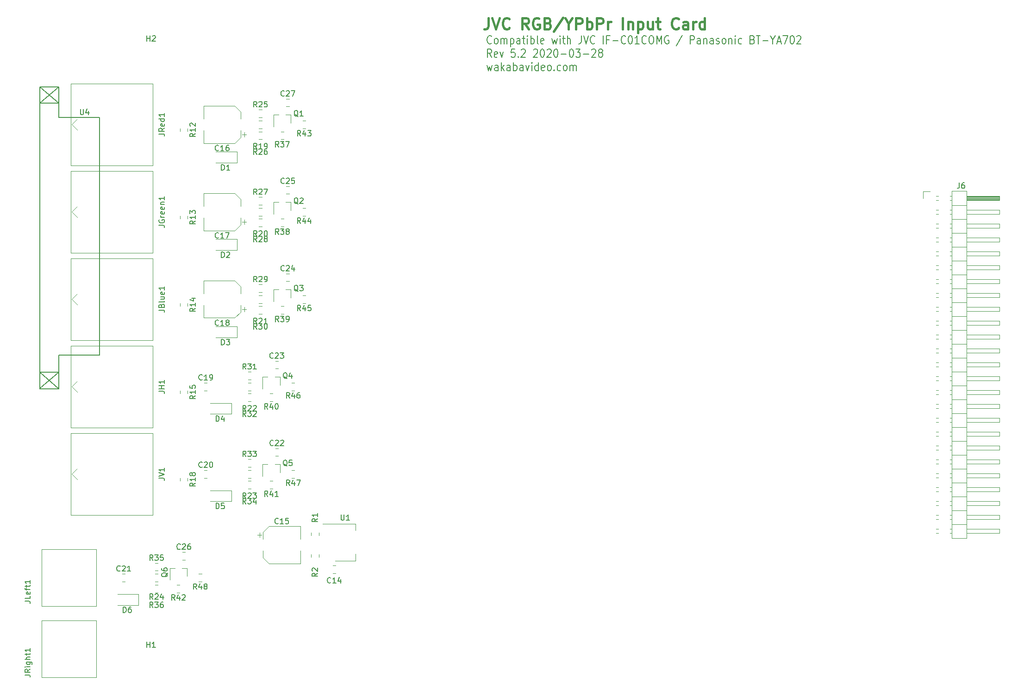
<source format=gbr>
G04 #@! TF.GenerationSoftware,KiCad,Pcbnew,(5.1.5)-2*
G04 #@! TF.CreationDate,2020-05-21T02:07:57+12:00*
G04 #@! TF.ProjectId,JVCard,4a564361-7264-42e6-9b69-6361645f7063,rev?*
G04 #@! TF.SameCoordinates,Original*
G04 #@! TF.FileFunction,Legend,Top*
G04 #@! TF.FilePolarity,Positive*
%FSLAX46Y46*%
G04 Gerber Fmt 4.6, Leading zero omitted, Abs format (unit mm)*
G04 Created by KiCad (PCBNEW (5.1.5)-2) date 2020-05-21 02:07:57*
%MOMM*%
%LPD*%
G04 APERTURE LIST*
%ADD10C,0.400000*%
%ADD11C,0.200000*%
%ADD12C,0.150000*%
%ADD13C,0.120000*%
G04 APERTURE END LIST*
D10*
X21723809Y-11504761D02*
X21723809Y-12933333D01*
X21628571Y-13219047D01*
X21438095Y-13409523D01*
X21152380Y-13504761D01*
X20961904Y-13504761D01*
X22390476Y-11504761D02*
X23057142Y-13504761D01*
X23723809Y-11504761D01*
X25533333Y-13314285D02*
X25438095Y-13409523D01*
X25152380Y-13504761D01*
X24961904Y-13504761D01*
X24676190Y-13409523D01*
X24485714Y-13219047D01*
X24390476Y-13028571D01*
X24295238Y-12647619D01*
X24295238Y-12361904D01*
X24390476Y-11980952D01*
X24485714Y-11790476D01*
X24676190Y-11600000D01*
X24961904Y-11504761D01*
X25152380Y-11504761D01*
X25438095Y-11600000D01*
X25533333Y-11695238D01*
X29057142Y-13504761D02*
X28390476Y-12552380D01*
X27914285Y-13504761D02*
X27914285Y-11504761D01*
X28676190Y-11504761D01*
X28866666Y-11600000D01*
X28961904Y-11695238D01*
X29057142Y-11885714D01*
X29057142Y-12171428D01*
X28961904Y-12361904D01*
X28866666Y-12457142D01*
X28676190Y-12552380D01*
X27914285Y-12552380D01*
X30961904Y-11600000D02*
X30771428Y-11504761D01*
X30485714Y-11504761D01*
X30199999Y-11600000D01*
X30009523Y-11790476D01*
X29914285Y-11980952D01*
X29819047Y-12361904D01*
X29819047Y-12647619D01*
X29914285Y-13028571D01*
X30009523Y-13219047D01*
X30199999Y-13409523D01*
X30485714Y-13504761D01*
X30676190Y-13504761D01*
X30961904Y-13409523D01*
X31057142Y-13314285D01*
X31057142Y-12647619D01*
X30676190Y-12647619D01*
X32580952Y-12457142D02*
X32866666Y-12552380D01*
X32961904Y-12647619D01*
X33057142Y-12838095D01*
X33057142Y-13123809D01*
X32961904Y-13314285D01*
X32866666Y-13409523D01*
X32676190Y-13504761D01*
X31914285Y-13504761D01*
X31914285Y-11504761D01*
X32580952Y-11504761D01*
X32771428Y-11600000D01*
X32866666Y-11695238D01*
X32961904Y-11885714D01*
X32961904Y-12076190D01*
X32866666Y-12266666D01*
X32771428Y-12361904D01*
X32580952Y-12457142D01*
X31914285Y-12457142D01*
X35342857Y-11409523D02*
X33628571Y-13980952D01*
X36390476Y-12552380D02*
X36390476Y-13504761D01*
X35723809Y-11504761D02*
X36390476Y-12552380D01*
X37057142Y-11504761D01*
X37723809Y-13504761D02*
X37723809Y-11504761D01*
X38485714Y-11504761D01*
X38676190Y-11600000D01*
X38771428Y-11695238D01*
X38866666Y-11885714D01*
X38866666Y-12171428D01*
X38771428Y-12361904D01*
X38676190Y-12457142D01*
X38485714Y-12552380D01*
X37723809Y-12552380D01*
X39723809Y-13504761D02*
X39723809Y-11504761D01*
X39723809Y-12266666D02*
X39914285Y-12171428D01*
X40295238Y-12171428D01*
X40485714Y-12266666D01*
X40580952Y-12361904D01*
X40676190Y-12552380D01*
X40676190Y-13123809D01*
X40580952Y-13314285D01*
X40485714Y-13409523D01*
X40295238Y-13504761D01*
X39914285Y-13504761D01*
X39723809Y-13409523D01*
X41533333Y-13504761D02*
X41533333Y-11504761D01*
X42295238Y-11504761D01*
X42485714Y-11600000D01*
X42580952Y-11695238D01*
X42676190Y-11885714D01*
X42676190Y-12171428D01*
X42580952Y-12361904D01*
X42485714Y-12457142D01*
X42295238Y-12552380D01*
X41533333Y-12552380D01*
X43533333Y-13504761D02*
X43533333Y-12171428D01*
X43533333Y-12552380D02*
X43628571Y-12361904D01*
X43723809Y-12266666D01*
X43914285Y-12171428D01*
X44104761Y-12171428D01*
X46295238Y-13504761D02*
X46295238Y-11504761D01*
X47247619Y-12171428D02*
X47247619Y-13504761D01*
X47247619Y-12361904D02*
X47342857Y-12266666D01*
X47533333Y-12171428D01*
X47819047Y-12171428D01*
X48009523Y-12266666D01*
X48104761Y-12457142D01*
X48104761Y-13504761D01*
X49057142Y-12171428D02*
X49057142Y-14171428D01*
X49057142Y-12266666D02*
X49247619Y-12171428D01*
X49628571Y-12171428D01*
X49819047Y-12266666D01*
X49914285Y-12361904D01*
X50009523Y-12552380D01*
X50009523Y-13123809D01*
X49914285Y-13314285D01*
X49819047Y-13409523D01*
X49628571Y-13504761D01*
X49247619Y-13504761D01*
X49057142Y-13409523D01*
X51723809Y-12171428D02*
X51723809Y-13504761D01*
X50866666Y-12171428D02*
X50866666Y-13219047D01*
X50961904Y-13409523D01*
X51152380Y-13504761D01*
X51438095Y-13504761D01*
X51628571Y-13409523D01*
X51723809Y-13314285D01*
X52390476Y-12171428D02*
X53152380Y-12171428D01*
X52676190Y-11504761D02*
X52676190Y-13219047D01*
X52771428Y-13409523D01*
X52961904Y-13504761D01*
X53152380Y-13504761D01*
X56485714Y-13314285D02*
X56390476Y-13409523D01*
X56104761Y-13504761D01*
X55914285Y-13504761D01*
X55628571Y-13409523D01*
X55438095Y-13219047D01*
X55342857Y-13028571D01*
X55247619Y-12647619D01*
X55247619Y-12361904D01*
X55342857Y-11980952D01*
X55438095Y-11790476D01*
X55628571Y-11600000D01*
X55914285Y-11504761D01*
X56104761Y-11504761D01*
X56390476Y-11600000D01*
X56485714Y-11695238D01*
X58200000Y-13504761D02*
X58200000Y-12457142D01*
X58104761Y-12266666D01*
X57914285Y-12171428D01*
X57533333Y-12171428D01*
X57342857Y-12266666D01*
X58200000Y-13409523D02*
X58009523Y-13504761D01*
X57533333Y-13504761D01*
X57342857Y-13409523D01*
X57247619Y-13219047D01*
X57247619Y-13028571D01*
X57342857Y-12838095D01*
X57533333Y-12742857D01*
X58009523Y-12742857D01*
X58200000Y-12647619D01*
X59152380Y-13504761D02*
X59152380Y-12171428D01*
X59152380Y-12552380D02*
X59247619Y-12361904D01*
X59342857Y-12266666D01*
X59533333Y-12171428D01*
X59723809Y-12171428D01*
X61247619Y-13504761D02*
X61247619Y-11504761D01*
X61247619Y-13409523D02*
X61057142Y-13504761D01*
X60676190Y-13504761D01*
X60485714Y-13409523D01*
X60390476Y-13314285D01*
X60295238Y-13123809D01*
X60295238Y-12552380D01*
X60390476Y-12361904D01*
X60485714Y-12266666D01*
X60676190Y-12171428D01*
X61057142Y-12171428D01*
X61247619Y-12266666D01*
D11*
X22282380Y-16085714D02*
X22220476Y-16157142D01*
X22034761Y-16228571D01*
X21910952Y-16228571D01*
X21725238Y-16157142D01*
X21601428Y-16014285D01*
X21539523Y-15871428D01*
X21477619Y-15585714D01*
X21477619Y-15371428D01*
X21539523Y-15085714D01*
X21601428Y-14942857D01*
X21725238Y-14800000D01*
X21910952Y-14728571D01*
X22034761Y-14728571D01*
X22220476Y-14800000D01*
X22282380Y-14871428D01*
X23025238Y-16228571D02*
X22901428Y-16157142D01*
X22839523Y-16085714D01*
X22777619Y-15942857D01*
X22777619Y-15514285D01*
X22839523Y-15371428D01*
X22901428Y-15300000D01*
X23025238Y-15228571D01*
X23210952Y-15228571D01*
X23334761Y-15300000D01*
X23396666Y-15371428D01*
X23458571Y-15514285D01*
X23458571Y-15942857D01*
X23396666Y-16085714D01*
X23334761Y-16157142D01*
X23210952Y-16228571D01*
X23025238Y-16228571D01*
X24015714Y-16228571D02*
X24015714Y-15228571D01*
X24015714Y-15371428D02*
X24077619Y-15300000D01*
X24201428Y-15228571D01*
X24387142Y-15228571D01*
X24510952Y-15300000D01*
X24572857Y-15442857D01*
X24572857Y-16228571D01*
X24572857Y-15442857D02*
X24634761Y-15300000D01*
X24758571Y-15228571D01*
X24944285Y-15228571D01*
X25068095Y-15300000D01*
X25130000Y-15442857D01*
X25130000Y-16228571D01*
X25749047Y-15228571D02*
X25749047Y-16728571D01*
X25749047Y-15300000D02*
X25872857Y-15228571D01*
X26120476Y-15228571D01*
X26244285Y-15300000D01*
X26306190Y-15371428D01*
X26368095Y-15514285D01*
X26368095Y-15942857D01*
X26306190Y-16085714D01*
X26244285Y-16157142D01*
X26120476Y-16228571D01*
X25872857Y-16228571D01*
X25749047Y-16157142D01*
X27482380Y-16228571D02*
X27482380Y-15442857D01*
X27420476Y-15300000D01*
X27296666Y-15228571D01*
X27049047Y-15228571D01*
X26925238Y-15300000D01*
X27482380Y-16157142D02*
X27358571Y-16228571D01*
X27049047Y-16228571D01*
X26925238Y-16157142D01*
X26863333Y-16014285D01*
X26863333Y-15871428D01*
X26925238Y-15728571D01*
X27049047Y-15657142D01*
X27358571Y-15657142D01*
X27482380Y-15585714D01*
X27915714Y-15228571D02*
X28410952Y-15228571D01*
X28101428Y-14728571D02*
X28101428Y-16014285D01*
X28163333Y-16157142D01*
X28287142Y-16228571D01*
X28410952Y-16228571D01*
X28844285Y-16228571D02*
X28844285Y-15228571D01*
X28844285Y-14728571D02*
X28782380Y-14800000D01*
X28844285Y-14871428D01*
X28906190Y-14800000D01*
X28844285Y-14728571D01*
X28844285Y-14871428D01*
X29463333Y-16228571D02*
X29463333Y-14728571D01*
X29463333Y-15300000D02*
X29587142Y-15228571D01*
X29834761Y-15228571D01*
X29958571Y-15300000D01*
X30020476Y-15371428D01*
X30082380Y-15514285D01*
X30082380Y-15942857D01*
X30020476Y-16085714D01*
X29958571Y-16157142D01*
X29834761Y-16228571D01*
X29587142Y-16228571D01*
X29463333Y-16157142D01*
X30825238Y-16228571D02*
X30701428Y-16157142D01*
X30639523Y-16014285D01*
X30639523Y-14728571D01*
X31815714Y-16157142D02*
X31691904Y-16228571D01*
X31444285Y-16228571D01*
X31320476Y-16157142D01*
X31258571Y-16014285D01*
X31258571Y-15442857D01*
X31320476Y-15300000D01*
X31444285Y-15228571D01*
X31691904Y-15228571D01*
X31815714Y-15300000D01*
X31877619Y-15442857D01*
X31877619Y-15585714D01*
X31258571Y-15728571D01*
X33301428Y-15228571D02*
X33549047Y-16228571D01*
X33796666Y-15514285D01*
X34044285Y-16228571D01*
X34291904Y-15228571D01*
X34787142Y-16228571D02*
X34787142Y-15228571D01*
X34787142Y-14728571D02*
X34725238Y-14800000D01*
X34787142Y-14871428D01*
X34849047Y-14800000D01*
X34787142Y-14728571D01*
X34787142Y-14871428D01*
X35220476Y-15228571D02*
X35715714Y-15228571D01*
X35406190Y-14728571D02*
X35406190Y-16014285D01*
X35468095Y-16157142D01*
X35591904Y-16228571D01*
X35715714Y-16228571D01*
X36149047Y-16228571D02*
X36149047Y-14728571D01*
X36706190Y-16228571D02*
X36706190Y-15442857D01*
X36644285Y-15300000D01*
X36520476Y-15228571D01*
X36334761Y-15228571D01*
X36210952Y-15300000D01*
X36149047Y-15371428D01*
X38687142Y-14728571D02*
X38687142Y-15800000D01*
X38625238Y-16014285D01*
X38501428Y-16157142D01*
X38315714Y-16228571D01*
X38191904Y-16228571D01*
X39120476Y-14728571D02*
X39553809Y-16228571D01*
X39987142Y-14728571D01*
X41163333Y-16085714D02*
X41101428Y-16157142D01*
X40915714Y-16228571D01*
X40791904Y-16228571D01*
X40606190Y-16157142D01*
X40482380Y-16014285D01*
X40420476Y-15871428D01*
X40358571Y-15585714D01*
X40358571Y-15371428D01*
X40420476Y-15085714D01*
X40482380Y-14942857D01*
X40606190Y-14800000D01*
X40791904Y-14728571D01*
X40915714Y-14728571D01*
X41101428Y-14800000D01*
X41163333Y-14871428D01*
X42710952Y-16228571D02*
X42710952Y-14728571D01*
X43763333Y-15442857D02*
X43330000Y-15442857D01*
X43330000Y-16228571D02*
X43330000Y-14728571D01*
X43949047Y-14728571D01*
X44444285Y-15657142D02*
X45434761Y-15657142D01*
X46796666Y-16085714D02*
X46734761Y-16157142D01*
X46549047Y-16228571D01*
X46425238Y-16228571D01*
X46239523Y-16157142D01*
X46115714Y-16014285D01*
X46053809Y-15871428D01*
X45991904Y-15585714D01*
X45991904Y-15371428D01*
X46053809Y-15085714D01*
X46115714Y-14942857D01*
X46239523Y-14800000D01*
X46425238Y-14728571D01*
X46549047Y-14728571D01*
X46734761Y-14800000D01*
X46796666Y-14871428D01*
X47601428Y-14728571D02*
X47725238Y-14728571D01*
X47849047Y-14800000D01*
X47910952Y-14871428D01*
X47972857Y-15014285D01*
X48034761Y-15300000D01*
X48034761Y-15657142D01*
X47972857Y-15942857D01*
X47910952Y-16085714D01*
X47849047Y-16157142D01*
X47725238Y-16228571D01*
X47601428Y-16228571D01*
X47477619Y-16157142D01*
X47415714Y-16085714D01*
X47353809Y-15942857D01*
X47291904Y-15657142D01*
X47291904Y-15300000D01*
X47353809Y-15014285D01*
X47415714Y-14871428D01*
X47477619Y-14800000D01*
X47601428Y-14728571D01*
X49272857Y-16228571D02*
X48530000Y-16228571D01*
X48901428Y-16228571D02*
X48901428Y-14728571D01*
X48777619Y-14942857D01*
X48653809Y-15085714D01*
X48530000Y-15157142D01*
X50572857Y-16085714D02*
X50510952Y-16157142D01*
X50325238Y-16228571D01*
X50201428Y-16228571D01*
X50015714Y-16157142D01*
X49891904Y-16014285D01*
X49830000Y-15871428D01*
X49768095Y-15585714D01*
X49768095Y-15371428D01*
X49830000Y-15085714D01*
X49891904Y-14942857D01*
X50015714Y-14800000D01*
X50201428Y-14728571D01*
X50325238Y-14728571D01*
X50510952Y-14800000D01*
X50572857Y-14871428D01*
X51377619Y-14728571D02*
X51625238Y-14728571D01*
X51749047Y-14800000D01*
X51872857Y-14942857D01*
X51934761Y-15228571D01*
X51934761Y-15728571D01*
X51872857Y-16014285D01*
X51749047Y-16157142D01*
X51625238Y-16228571D01*
X51377619Y-16228571D01*
X51253809Y-16157142D01*
X51130000Y-16014285D01*
X51068095Y-15728571D01*
X51068095Y-15228571D01*
X51130000Y-14942857D01*
X51253809Y-14800000D01*
X51377619Y-14728571D01*
X52491904Y-16228571D02*
X52491904Y-14728571D01*
X52925238Y-15800000D01*
X53358571Y-14728571D01*
X53358571Y-16228571D01*
X54658571Y-14800000D02*
X54534761Y-14728571D01*
X54349047Y-14728571D01*
X54163333Y-14800000D01*
X54039523Y-14942857D01*
X53977619Y-15085714D01*
X53915714Y-15371428D01*
X53915714Y-15585714D01*
X53977619Y-15871428D01*
X54039523Y-16014285D01*
X54163333Y-16157142D01*
X54349047Y-16228571D01*
X54472857Y-16228571D01*
X54658571Y-16157142D01*
X54720476Y-16085714D01*
X54720476Y-15585714D01*
X54472857Y-15585714D01*
X57196666Y-14657142D02*
X56082380Y-16585714D01*
X58620476Y-16228571D02*
X58620476Y-14728571D01*
X59115714Y-14728571D01*
X59239523Y-14800000D01*
X59301428Y-14871428D01*
X59363333Y-15014285D01*
X59363333Y-15228571D01*
X59301428Y-15371428D01*
X59239523Y-15442857D01*
X59115714Y-15514285D01*
X58620476Y-15514285D01*
X60477619Y-16228571D02*
X60477619Y-15442857D01*
X60415714Y-15300000D01*
X60291904Y-15228571D01*
X60044285Y-15228571D01*
X59920476Y-15300000D01*
X60477619Y-16157142D02*
X60353809Y-16228571D01*
X60044285Y-16228571D01*
X59920476Y-16157142D01*
X59858571Y-16014285D01*
X59858571Y-15871428D01*
X59920476Y-15728571D01*
X60044285Y-15657142D01*
X60353809Y-15657142D01*
X60477619Y-15585714D01*
X61096666Y-15228571D02*
X61096666Y-16228571D01*
X61096666Y-15371428D02*
X61158571Y-15300000D01*
X61282380Y-15228571D01*
X61468095Y-15228571D01*
X61591904Y-15300000D01*
X61653809Y-15442857D01*
X61653809Y-16228571D01*
X62830000Y-16228571D02*
X62830000Y-15442857D01*
X62768095Y-15300000D01*
X62644285Y-15228571D01*
X62396666Y-15228571D01*
X62272857Y-15300000D01*
X62830000Y-16157142D02*
X62706190Y-16228571D01*
X62396666Y-16228571D01*
X62272857Y-16157142D01*
X62210952Y-16014285D01*
X62210952Y-15871428D01*
X62272857Y-15728571D01*
X62396666Y-15657142D01*
X62706190Y-15657142D01*
X62830000Y-15585714D01*
X63387142Y-16157142D02*
X63510952Y-16228571D01*
X63758571Y-16228571D01*
X63882380Y-16157142D01*
X63944285Y-16014285D01*
X63944285Y-15942857D01*
X63882380Y-15800000D01*
X63758571Y-15728571D01*
X63572857Y-15728571D01*
X63449047Y-15657142D01*
X63387142Y-15514285D01*
X63387142Y-15442857D01*
X63449047Y-15300000D01*
X63572857Y-15228571D01*
X63758571Y-15228571D01*
X63882380Y-15300000D01*
X64687142Y-16228571D02*
X64563333Y-16157142D01*
X64501428Y-16085714D01*
X64439523Y-15942857D01*
X64439523Y-15514285D01*
X64501428Y-15371428D01*
X64563333Y-15300000D01*
X64687142Y-15228571D01*
X64872857Y-15228571D01*
X64996666Y-15300000D01*
X65058571Y-15371428D01*
X65120476Y-15514285D01*
X65120476Y-15942857D01*
X65058571Y-16085714D01*
X64996666Y-16157142D01*
X64872857Y-16228571D01*
X64687142Y-16228571D01*
X65677619Y-15228571D02*
X65677619Y-16228571D01*
X65677619Y-15371428D02*
X65739523Y-15300000D01*
X65863333Y-15228571D01*
X66049047Y-15228571D01*
X66172857Y-15300000D01*
X66234761Y-15442857D01*
X66234761Y-16228571D01*
X66853809Y-16228571D02*
X66853809Y-15228571D01*
X66853809Y-14728571D02*
X66791904Y-14800000D01*
X66853809Y-14871428D01*
X66915714Y-14800000D01*
X66853809Y-14728571D01*
X66853809Y-14871428D01*
X68030000Y-16157142D02*
X67906190Y-16228571D01*
X67658571Y-16228571D01*
X67534761Y-16157142D01*
X67472857Y-16085714D01*
X67410952Y-15942857D01*
X67410952Y-15514285D01*
X67472857Y-15371428D01*
X67534761Y-15300000D01*
X67658571Y-15228571D01*
X67906190Y-15228571D01*
X68030000Y-15300000D01*
X70010952Y-15442857D02*
X70196666Y-15514285D01*
X70258571Y-15585714D01*
X70320476Y-15728571D01*
X70320476Y-15942857D01*
X70258571Y-16085714D01*
X70196666Y-16157142D01*
X70072857Y-16228571D01*
X69577619Y-16228571D01*
X69577619Y-14728571D01*
X70010952Y-14728571D01*
X70134761Y-14800000D01*
X70196666Y-14871428D01*
X70258571Y-15014285D01*
X70258571Y-15157142D01*
X70196666Y-15300000D01*
X70134761Y-15371428D01*
X70010952Y-15442857D01*
X69577619Y-15442857D01*
X70691904Y-14728571D02*
X71434761Y-14728571D01*
X71063333Y-16228571D02*
X71063333Y-14728571D01*
X71868095Y-15657142D02*
X72858571Y-15657142D01*
X73725238Y-15514285D02*
X73725238Y-16228571D01*
X73291904Y-14728571D02*
X73725238Y-15514285D01*
X74158571Y-14728571D01*
X74530000Y-15800000D02*
X75149047Y-15800000D01*
X74406190Y-16228571D02*
X74839523Y-14728571D01*
X75272857Y-16228571D01*
X75582380Y-14728571D02*
X76449047Y-14728571D01*
X75891904Y-16228571D01*
X77191904Y-14728571D02*
X77315714Y-14728571D01*
X77439523Y-14800000D01*
X77501428Y-14871428D01*
X77563333Y-15014285D01*
X77625238Y-15300000D01*
X77625238Y-15657142D01*
X77563333Y-15942857D01*
X77501428Y-16085714D01*
X77439523Y-16157142D01*
X77315714Y-16228571D01*
X77191904Y-16228571D01*
X77068095Y-16157142D01*
X77006190Y-16085714D01*
X76944285Y-15942857D01*
X76882380Y-15657142D01*
X76882380Y-15300000D01*
X76944285Y-15014285D01*
X77006190Y-14871428D01*
X77068095Y-14800000D01*
X77191904Y-14728571D01*
X78120476Y-14871428D02*
X78182380Y-14800000D01*
X78306190Y-14728571D01*
X78615714Y-14728571D01*
X78739523Y-14800000D01*
X78801428Y-14871428D01*
X78863333Y-15014285D01*
X78863333Y-15157142D01*
X78801428Y-15371428D01*
X78058571Y-16228571D01*
X78863333Y-16228571D01*
X22282380Y-18678571D02*
X21849047Y-17964285D01*
X21539523Y-18678571D02*
X21539523Y-17178571D01*
X22034761Y-17178571D01*
X22158571Y-17250000D01*
X22220476Y-17321428D01*
X22282380Y-17464285D01*
X22282380Y-17678571D01*
X22220476Y-17821428D01*
X22158571Y-17892857D01*
X22034761Y-17964285D01*
X21539523Y-17964285D01*
X23334761Y-18607142D02*
X23210952Y-18678571D01*
X22963333Y-18678571D01*
X22839523Y-18607142D01*
X22777619Y-18464285D01*
X22777619Y-17892857D01*
X22839523Y-17750000D01*
X22963333Y-17678571D01*
X23210952Y-17678571D01*
X23334761Y-17750000D01*
X23396666Y-17892857D01*
X23396666Y-18035714D01*
X22777619Y-18178571D01*
X23830000Y-17678571D02*
X24139523Y-18678571D01*
X24449047Y-17678571D01*
X26553809Y-17178571D02*
X25934761Y-17178571D01*
X25872857Y-17892857D01*
X25934761Y-17821428D01*
X26058571Y-17750000D01*
X26368095Y-17750000D01*
X26491904Y-17821428D01*
X26553809Y-17892857D01*
X26615714Y-18035714D01*
X26615714Y-18392857D01*
X26553809Y-18535714D01*
X26491904Y-18607142D01*
X26368095Y-18678571D01*
X26058571Y-18678571D01*
X25934761Y-18607142D01*
X25872857Y-18535714D01*
X27172857Y-18535714D02*
X27234761Y-18607142D01*
X27172857Y-18678571D01*
X27110952Y-18607142D01*
X27172857Y-18535714D01*
X27172857Y-18678571D01*
X27730000Y-17321428D02*
X27791904Y-17250000D01*
X27915714Y-17178571D01*
X28225238Y-17178571D01*
X28349047Y-17250000D01*
X28410952Y-17321428D01*
X28472857Y-17464285D01*
X28472857Y-17607142D01*
X28410952Y-17821428D01*
X27668095Y-18678571D01*
X28472857Y-18678571D01*
X29958571Y-17321428D02*
X30020476Y-17250000D01*
X30144285Y-17178571D01*
X30453809Y-17178571D01*
X30577619Y-17250000D01*
X30639523Y-17321428D01*
X30701428Y-17464285D01*
X30701428Y-17607142D01*
X30639523Y-17821428D01*
X29896666Y-18678571D01*
X30701428Y-18678571D01*
X31506190Y-17178571D02*
X31630000Y-17178571D01*
X31753809Y-17250000D01*
X31815714Y-17321428D01*
X31877619Y-17464285D01*
X31939523Y-17750000D01*
X31939523Y-18107142D01*
X31877619Y-18392857D01*
X31815714Y-18535714D01*
X31753809Y-18607142D01*
X31630000Y-18678571D01*
X31506190Y-18678571D01*
X31382380Y-18607142D01*
X31320476Y-18535714D01*
X31258571Y-18392857D01*
X31196666Y-18107142D01*
X31196666Y-17750000D01*
X31258571Y-17464285D01*
X31320476Y-17321428D01*
X31382380Y-17250000D01*
X31506190Y-17178571D01*
X32434761Y-17321428D02*
X32496666Y-17250000D01*
X32620476Y-17178571D01*
X32930000Y-17178571D01*
X33053809Y-17250000D01*
X33115714Y-17321428D01*
X33177619Y-17464285D01*
X33177619Y-17607142D01*
X33115714Y-17821428D01*
X32372857Y-18678571D01*
X33177619Y-18678571D01*
X33982380Y-17178571D02*
X34106190Y-17178571D01*
X34230000Y-17250000D01*
X34291904Y-17321428D01*
X34353809Y-17464285D01*
X34415714Y-17750000D01*
X34415714Y-18107142D01*
X34353809Y-18392857D01*
X34291904Y-18535714D01*
X34230000Y-18607142D01*
X34106190Y-18678571D01*
X33982380Y-18678571D01*
X33858571Y-18607142D01*
X33796666Y-18535714D01*
X33734761Y-18392857D01*
X33672857Y-18107142D01*
X33672857Y-17750000D01*
X33734761Y-17464285D01*
X33796666Y-17321428D01*
X33858571Y-17250000D01*
X33982380Y-17178571D01*
X34972857Y-18107142D02*
X35963333Y-18107142D01*
X36830000Y-17178571D02*
X36953809Y-17178571D01*
X37077619Y-17250000D01*
X37139523Y-17321428D01*
X37201428Y-17464285D01*
X37263333Y-17750000D01*
X37263333Y-18107142D01*
X37201428Y-18392857D01*
X37139523Y-18535714D01*
X37077619Y-18607142D01*
X36953809Y-18678571D01*
X36830000Y-18678571D01*
X36706190Y-18607142D01*
X36644285Y-18535714D01*
X36582380Y-18392857D01*
X36520476Y-18107142D01*
X36520476Y-17750000D01*
X36582380Y-17464285D01*
X36644285Y-17321428D01*
X36706190Y-17250000D01*
X36830000Y-17178571D01*
X37696666Y-17178571D02*
X38501428Y-17178571D01*
X38068095Y-17750000D01*
X38253809Y-17750000D01*
X38377619Y-17821428D01*
X38439523Y-17892857D01*
X38501428Y-18035714D01*
X38501428Y-18392857D01*
X38439523Y-18535714D01*
X38377619Y-18607142D01*
X38253809Y-18678571D01*
X37882380Y-18678571D01*
X37758571Y-18607142D01*
X37696666Y-18535714D01*
X39058571Y-18107142D02*
X40049047Y-18107142D01*
X40606190Y-17321428D02*
X40668095Y-17250000D01*
X40791904Y-17178571D01*
X41101428Y-17178571D01*
X41225238Y-17250000D01*
X41287142Y-17321428D01*
X41349047Y-17464285D01*
X41349047Y-17607142D01*
X41287142Y-17821428D01*
X40544285Y-18678571D01*
X41349047Y-18678571D01*
X42091904Y-17821428D02*
X41968095Y-17750000D01*
X41906190Y-17678571D01*
X41844285Y-17535714D01*
X41844285Y-17464285D01*
X41906190Y-17321428D01*
X41968095Y-17250000D01*
X42091904Y-17178571D01*
X42339523Y-17178571D01*
X42463333Y-17250000D01*
X42525238Y-17321428D01*
X42587142Y-17464285D01*
X42587142Y-17535714D01*
X42525238Y-17678571D01*
X42463333Y-17750000D01*
X42339523Y-17821428D01*
X42091904Y-17821428D01*
X41968095Y-17892857D01*
X41906190Y-17964285D01*
X41844285Y-18107142D01*
X41844285Y-18392857D01*
X41906190Y-18535714D01*
X41968095Y-18607142D01*
X42091904Y-18678571D01*
X42339523Y-18678571D01*
X42463333Y-18607142D01*
X42525238Y-18535714D01*
X42587142Y-18392857D01*
X42587142Y-18107142D01*
X42525238Y-17964285D01*
X42463333Y-17892857D01*
X42339523Y-17821428D01*
X21415714Y-20128571D02*
X21663333Y-21128571D01*
X21910952Y-20414285D01*
X22158571Y-21128571D01*
X22406190Y-20128571D01*
X23458571Y-21128571D02*
X23458571Y-20342857D01*
X23396666Y-20200000D01*
X23272857Y-20128571D01*
X23025238Y-20128571D01*
X22901428Y-20200000D01*
X23458571Y-21057142D02*
X23334761Y-21128571D01*
X23025238Y-21128571D01*
X22901428Y-21057142D01*
X22839523Y-20914285D01*
X22839523Y-20771428D01*
X22901428Y-20628571D01*
X23025238Y-20557142D01*
X23334761Y-20557142D01*
X23458571Y-20485714D01*
X24077619Y-21128571D02*
X24077619Y-19628571D01*
X24201428Y-20557142D02*
X24572857Y-21128571D01*
X24572857Y-20128571D02*
X24077619Y-20700000D01*
X25687142Y-21128571D02*
X25687142Y-20342857D01*
X25625238Y-20200000D01*
X25501428Y-20128571D01*
X25253809Y-20128571D01*
X25130000Y-20200000D01*
X25687142Y-21057142D02*
X25563333Y-21128571D01*
X25253809Y-21128571D01*
X25130000Y-21057142D01*
X25068095Y-20914285D01*
X25068095Y-20771428D01*
X25130000Y-20628571D01*
X25253809Y-20557142D01*
X25563333Y-20557142D01*
X25687142Y-20485714D01*
X26306190Y-21128571D02*
X26306190Y-19628571D01*
X26306190Y-20200000D02*
X26430000Y-20128571D01*
X26677619Y-20128571D01*
X26801428Y-20200000D01*
X26863333Y-20271428D01*
X26925238Y-20414285D01*
X26925238Y-20842857D01*
X26863333Y-20985714D01*
X26801428Y-21057142D01*
X26677619Y-21128571D01*
X26430000Y-21128571D01*
X26306190Y-21057142D01*
X28039523Y-21128571D02*
X28039523Y-20342857D01*
X27977619Y-20200000D01*
X27853809Y-20128571D01*
X27606190Y-20128571D01*
X27482380Y-20200000D01*
X28039523Y-21057142D02*
X27915714Y-21128571D01*
X27606190Y-21128571D01*
X27482380Y-21057142D01*
X27420476Y-20914285D01*
X27420476Y-20771428D01*
X27482380Y-20628571D01*
X27606190Y-20557142D01*
X27915714Y-20557142D01*
X28039523Y-20485714D01*
X28534761Y-20128571D02*
X28844285Y-21128571D01*
X29153809Y-20128571D01*
X29649047Y-21128571D02*
X29649047Y-20128571D01*
X29649047Y-19628571D02*
X29587142Y-19700000D01*
X29649047Y-19771428D01*
X29710952Y-19700000D01*
X29649047Y-19628571D01*
X29649047Y-19771428D01*
X30825238Y-21128571D02*
X30825238Y-19628571D01*
X30825238Y-21057142D02*
X30701428Y-21128571D01*
X30453809Y-21128571D01*
X30330000Y-21057142D01*
X30268095Y-20985714D01*
X30206190Y-20842857D01*
X30206190Y-20414285D01*
X30268095Y-20271428D01*
X30330000Y-20200000D01*
X30453809Y-20128571D01*
X30701428Y-20128571D01*
X30825238Y-20200000D01*
X31939523Y-21057142D02*
X31815714Y-21128571D01*
X31568095Y-21128571D01*
X31444285Y-21057142D01*
X31382380Y-20914285D01*
X31382380Y-20342857D01*
X31444285Y-20200000D01*
X31568095Y-20128571D01*
X31815714Y-20128571D01*
X31939523Y-20200000D01*
X32001428Y-20342857D01*
X32001428Y-20485714D01*
X31382380Y-20628571D01*
X32744285Y-21128571D02*
X32620476Y-21057142D01*
X32558571Y-20985714D01*
X32496666Y-20842857D01*
X32496666Y-20414285D01*
X32558571Y-20271428D01*
X32620476Y-20200000D01*
X32744285Y-20128571D01*
X32930000Y-20128571D01*
X33053809Y-20200000D01*
X33115714Y-20271428D01*
X33177619Y-20414285D01*
X33177619Y-20842857D01*
X33115714Y-20985714D01*
X33053809Y-21057142D01*
X32930000Y-21128571D01*
X32744285Y-21128571D01*
X33734761Y-20985714D02*
X33796666Y-21057142D01*
X33734761Y-21128571D01*
X33672857Y-21057142D01*
X33734761Y-20985714D01*
X33734761Y-21128571D01*
X34910952Y-21057142D02*
X34787142Y-21128571D01*
X34539523Y-21128571D01*
X34415714Y-21057142D01*
X34353809Y-20985714D01*
X34291904Y-20842857D01*
X34291904Y-20414285D01*
X34353809Y-20271428D01*
X34415714Y-20200000D01*
X34539523Y-20128571D01*
X34787142Y-20128571D01*
X34910952Y-20200000D01*
X35653809Y-21128571D02*
X35530000Y-21057142D01*
X35468095Y-20985714D01*
X35406190Y-20842857D01*
X35406190Y-20414285D01*
X35468095Y-20271428D01*
X35530000Y-20200000D01*
X35653809Y-20128571D01*
X35839523Y-20128571D01*
X35963333Y-20200000D01*
X36025238Y-20271428D01*
X36087142Y-20414285D01*
X36087142Y-20842857D01*
X36025238Y-20985714D01*
X35963333Y-21057142D01*
X35839523Y-21128571D01*
X35653809Y-21128571D01*
X36644285Y-21128571D02*
X36644285Y-20128571D01*
X36644285Y-20271428D02*
X36706190Y-20200000D01*
X36830000Y-20128571D01*
X37015714Y-20128571D01*
X37139523Y-20200000D01*
X37201428Y-20342857D01*
X37201428Y-21128571D01*
X37201428Y-20342857D02*
X37263333Y-20200000D01*
X37387142Y-20128571D01*
X37572857Y-20128571D01*
X37696666Y-20200000D01*
X37758571Y-20342857D01*
X37758571Y-21128571D01*
D12*
X-60342080Y-24118340D02*
X-56874980Y-27085060D01*
X-56859740Y-24110720D02*
X-60339540Y-27082520D01*
X-60357320Y-76377320D02*
X-56854660Y-79366900D01*
X-56852120Y-76369700D02*
X-60344620Y-79356740D01*
X-60350000Y-24100000D02*
X-56850000Y-24100000D01*
X-56850000Y-79370000D02*
X-60350000Y-79370000D01*
X-60350000Y-79370000D02*
X-60350000Y-24100000D01*
X-60350000Y-27100000D02*
X-56850000Y-27100000D01*
X-56850000Y-29715000D02*
X-56850000Y-24100000D01*
X-56850000Y-29715000D02*
X-49400000Y-29715000D01*
X-49400000Y-29715000D02*
X-49400000Y-73215000D01*
X-49400000Y-73215000D02*
X-56850000Y-73215000D01*
X-56850000Y-73215000D02*
X-56850000Y-79370000D01*
X-56850000Y-76370000D02*
X-60350000Y-76370000D01*
D13*
X-54700000Y-102500000D02*
X-54700000Y-87500000D01*
X-54700000Y-87500000D02*
X-39700000Y-87500000D01*
X-39700000Y-87500000D02*
X-39700000Y-102500000D01*
X-39700000Y-102500000D02*
X-54700000Y-102500000D01*
X-54500000Y-95000000D02*
X-53500000Y-96000000D01*
X-54500000Y-95000000D02*
X-53500000Y-94000000D01*
X-54700000Y-38500000D02*
X-54700000Y-23500000D01*
X-54700000Y-23500000D02*
X-39700000Y-23500000D01*
X-39700000Y-23500000D02*
X-39700000Y-38500000D01*
X-39700000Y-38500000D02*
X-54700000Y-38500000D01*
X-54500000Y-31000000D02*
X-53500000Y-32000000D01*
X-54500000Y-31000000D02*
X-53500000Y-30000000D01*
X-54700000Y-86500000D02*
X-54700000Y-71500000D01*
X-54700000Y-71500000D02*
X-39700000Y-71500000D01*
X-39700000Y-71500000D02*
X-39700000Y-86500000D01*
X-39700000Y-86500000D02*
X-54700000Y-86500000D01*
X-54500000Y-79000000D02*
X-53500000Y-80000000D01*
X-54500000Y-79000000D02*
X-53500000Y-78000000D01*
X-54700000Y-54500000D02*
X-54700000Y-39500000D01*
X-54700000Y-39500000D02*
X-39700000Y-39500000D01*
X-39700000Y-39500000D02*
X-39700000Y-54500000D01*
X-39700000Y-54500000D02*
X-54700000Y-54500000D01*
X-54500000Y-47000000D02*
X-53500000Y-48000000D01*
X-54500000Y-47000000D02*
X-53500000Y-46000000D01*
X-54700000Y-70500000D02*
X-54700000Y-55500000D01*
X-54700000Y-55500000D02*
X-39700000Y-55500000D01*
X-39700000Y-55500000D02*
X-39700000Y-70500000D01*
X-39700000Y-70500000D02*
X-54700000Y-70500000D01*
X-54500000Y-63000000D02*
X-53500000Y-64000000D01*
X-54500000Y-63000000D02*
X-53500000Y-62000000D01*
X-8600000Y-104090000D02*
X-2590000Y-104090000D01*
X-6350000Y-110910000D02*
X-2590000Y-110910000D01*
X-2590000Y-104090000D02*
X-2590000Y-105350000D01*
X-2590000Y-110910000D02*
X-2590000Y-109650000D01*
X-10710000Y-109738748D02*
X-10710000Y-110261252D01*
X-9290000Y-109738748D02*
X-9290000Y-110261252D01*
X-10710000Y-105738748D02*
X-10710000Y-106261252D01*
X-9290000Y-105738748D02*
X-9290000Y-106261252D01*
X-42300000Y-119000000D02*
X-46150000Y-119000000D01*
X-42300000Y-117000000D02*
X-46150000Y-117000000D01*
X-42300000Y-119000000D02*
X-42300000Y-117000000D01*
X-25300000Y-100000000D02*
X-29150000Y-100000000D01*
X-25300000Y-98000000D02*
X-29150000Y-98000000D01*
X-25300000Y-100000000D02*
X-25300000Y-98000000D01*
X-25300000Y-84000000D02*
X-29150000Y-84000000D01*
X-25300000Y-82000000D02*
X-29150000Y-82000000D01*
X-25300000Y-84000000D02*
X-25300000Y-82000000D01*
X-24300000Y-70000000D02*
X-28150000Y-70000000D01*
X-24300000Y-68000000D02*
X-28150000Y-68000000D01*
X-24300000Y-70000000D02*
X-24300000Y-68000000D01*
X-24300000Y-54000000D02*
X-28150000Y-54000000D01*
X-24300000Y-52000000D02*
X-28150000Y-52000000D01*
X-24300000Y-54000000D02*
X-24300000Y-52000000D01*
X-24300000Y-38000000D02*
X-28150000Y-38000000D01*
X-24300000Y-36000000D02*
X-28150000Y-36000000D01*
X-24300000Y-38000000D02*
X-24300000Y-36000000D01*
X-30738748Y-113290000D02*
X-31261252Y-113290000D01*
X-30738748Y-114710000D02*
X-31261252Y-114710000D01*
X-13738748Y-94290000D02*
X-14261252Y-94290000D01*
X-13738748Y-95710000D02*
X-14261252Y-95710000D01*
X-13738748Y-78290000D02*
X-14261252Y-78290000D01*
X-13738748Y-79710000D02*
X-14261252Y-79710000D01*
X-11738748Y-62290000D02*
X-12261252Y-62290000D01*
X-11738748Y-63710000D02*
X-12261252Y-63710000D01*
X-11738748Y-46290000D02*
X-12261252Y-46290000D01*
X-11738748Y-47710000D02*
X-12261252Y-47710000D01*
X-11738748Y-30290000D02*
X-12261252Y-30290000D01*
X-11738748Y-31710000D02*
X-12261252Y-31710000D01*
X-34738748Y-115290000D02*
X-35261252Y-115290000D01*
X-34738748Y-116710000D02*
X-35261252Y-116710000D01*
X-17738748Y-96290000D02*
X-18261252Y-96290000D01*
X-17738748Y-97710000D02*
X-18261252Y-97710000D01*
X-17738748Y-80290000D02*
X-18261252Y-80290000D01*
X-17738748Y-81710000D02*
X-18261252Y-81710000D01*
X-15738748Y-64290000D02*
X-16261252Y-64290000D01*
X-15738748Y-65710000D02*
X-16261252Y-65710000D01*
X-15738748Y-48290000D02*
X-16261252Y-48290000D01*
X-15738748Y-49710000D02*
X-16261252Y-49710000D01*
X-15738748Y-32290000D02*
X-16261252Y-32290000D01*
X-15738748Y-33710000D02*
X-16261252Y-33710000D01*
X-38738748Y-115290000D02*
X-39261252Y-115290000D01*
X-38738748Y-116710000D02*
X-39261252Y-116710000D01*
X-39261252Y-112710000D02*
X-38738748Y-112710000D01*
X-39261252Y-111290000D02*
X-38738748Y-111290000D01*
X-21738748Y-96290000D02*
X-22261252Y-96290000D01*
X-21738748Y-97710000D02*
X-22261252Y-97710000D01*
X-22261252Y-93710000D02*
X-21738748Y-93710000D01*
X-22261252Y-92290000D02*
X-21738748Y-92290000D01*
X-21738748Y-80290000D02*
X-22261252Y-80290000D01*
X-21738748Y-81710000D02*
X-22261252Y-81710000D01*
X-22261252Y-77710000D02*
X-21738748Y-77710000D01*
X-22261252Y-76290000D02*
X-21738748Y-76290000D01*
X-19738748Y-64290000D02*
X-20261252Y-64290000D01*
X-19738748Y-65710000D02*
X-20261252Y-65710000D01*
X-20261252Y-61710000D02*
X-19738748Y-61710000D01*
X-20261252Y-60290000D02*
X-19738748Y-60290000D01*
X-19738748Y-48290000D02*
X-20261252Y-48290000D01*
X-19738748Y-49710000D02*
X-20261252Y-49710000D01*
X-20261252Y-45710000D02*
X-19738748Y-45710000D01*
X-20261252Y-44290000D02*
X-19738748Y-44290000D01*
X-19738748Y-32290000D02*
X-20261252Y-32290000D01*
X-19738748Y-33710000D02*
X-20261252Y-33710000D01*
X-20261252Y-29710000D02*
X-19738748Y-29710000D01*
X-20261252Y-28290000D02*
X-19738748Y-28290000D01*
X-38738748Y-113290000D02*
X-39261252Y-113290000D01*
X-38738748Y-114710000D02*
X-39261252Y-114710000D01*
X-21738748Y-94290000D02*
X-22261252Y-94290000D01*
X-21738748Y-95710000D02*
X-22261252Y-95710000D01*
X-21738748Y-78290000D02*
X-22261252Y-78290000D01*
X-21738748Y-79710000D02*
X-22261252Y-79710000D01*
X-19738748Y-62290000D02*
X-20261252Y-62290000D01*
X-19738748Y-63710000D02*
X-20261252Y-63710000D01*
X-19738748Y-46290000D02*
X-20261252Y-46290000D01*
X-19738748Y-47710000D02*
X-20261252Y-47710000D01*
X-19738748Y-30290000D02*
X-20261252Y-30290000D01*
X-19738748Y-31710000D02*
X-20261252Y-31710000D01*
X-34710000Y-95738748D02*
X-34710000Y-96261252D01*
X-33290000Y-95738748D02*
X-33290000Y-96261252D01*
X-34710000Y-79738748D02*
X-34710000Y-80261252D01*
X-33290000Y-79738748D02*
X-33290000Y-80261252D01*
X-34710000Y-63738748D02*
X-34710000Y-64261252D01*
X-33290000Y-63738748D02*
X-33290000Y-64261252D01*
X-34710000Y-47738748D02*
X-34710000Y-48261252D01*
X-33290000Y-47738748D02*
X-33290000Y-48261252D01*
X-34710000Y-31738748D02*
X-34710000Y-32261252D01*
X-33290000Y-31738748D02*
X-33290000Y-32261252D01*
X-33420000Y-112240000D02*
X-33420000Y-113700000D01*
X-36580000Y-112240000D02*
X-36580000Y-114400000D01*
X-36580000Y-112240000D02*
X-35650000Y-112240000D01*
X-33420000Y-112240000D02*
X-34350000Y-112240000D01*
X-16420000Y-93240000D02*
X-16420000Y-94700000D01*
X-19580000Y-93240000D02*
X-19580000Y-95400000D01*
X-19580000Y-93240000D02*
X-18650000Y-93240000D01*
X-16420000Y-93240000D02*
X-17350000Y-93240000D01*
X-16420000Y-77240000D02*
X-16420000Y-78700000D01*
X-19580000Y-77240000D02*
X-19580000Y-79400000D01*
X-19580000Y-77240000D02*
X-18650000Y-77240000D01*
X-16420000Y-77240000D02*
X-17350000Y-77240000D01*
X-14420000Y-61240000D02*
X-14420000Y-62700000D01*
X-17580000Y-61240000D02*
X-17580000Y-63400000D01*
X-17580000Y-61240000D02*
X-16650000Y-61240000D01*
X-14420000Y-61240000D02*
X-15350000Y-61240000D01*
X-14420000Y-45240000D02*
X-14420000Y-46700000D01*
X-17580000Y-45240000D02*
X-17580000Y-47400000D01*
X-17580000Y-45240000D02*
X-16650000Y-45240000D01*
X-14420000Y-45240000D02*
X-15350000Y-45240000D01*
X-14420000Y-29240000D02*
X-14420000Y-30700000D01*
X-17580000Y-29240000D02*
X-17580000Y-31400000D01*
X-17580000Y-29240000D02*
X-16650000Y-29240000D01*
X-14420000Y-29240000D02*
X-15350000Y-29240000D01*
X-50000000Y-132200000D02*
X-60000000Y-132200000D01*
X-50000000Y-121800000D02*
X-50000000Y-132200000D01*
X-60000000Y-121800000D02*
X-50000000Y-121800000D01*
X-60000000Y-132200000D02*
X-60000000Y-121800000D01*
X-50000000Y-119200000D02*
X-60000000Y-119200000D01*
X-50000000Y-108800000D02*
X-50000000Y-119200000D01*
X-60000000Y-108800000D02*
X-50000000Y-108800000D01*
X-60000000Y-119200000D02*
X-60000000Y-108800000D01*
X101230000Y-43230000D02*
X102500000Y-43230000D01*
X101230000Y-44500000D02*
X101230000Y-43230000D01*
X103542929Y-105840000D02*
X103997071Y-105840000D01*
X103542929Y-105080000D02*
X103997071Y-105080000D01*
X106082929Y-105840000D02*
X106480000Y-105840000D01*
X106082929Y-105080000D02*
X106480000Y-105080000D01*
X115140000Y-105840000D02*
X109140000Y-105840000D01*
X115140000Y-105080000D02*
X115140000Y-105840000D01*
X109140000Y-105080000D02*
X115140000Y-105080000D01*
X106480000Y-104190000D02*
X109140000Y-104190000D01*
X103542929Y-103300000D02*
X103997071Y-103300000D01*
X103542929Y-102540000D02*
X103997071Y-102540000D01*
X106082929Y-103300000D02*
X106480000Y-103300000D01*
X106082929Y-102540000D02*
X106480000Y-102540000D01*
X115140000Y-103300000D02*
X109140000Y-103300000D01*
X115140000Y-102540000D02*
X115140000Y-103300000D01*
X109140000Y-102540000D02*
X115140000Y-102540000D01*
X106480000Y-101650000D02*
X109140000Y-101650000D01*
X103542929Y-100760000D02*
X103997071Y-100760000D01*
X103542929Y-100000000D02*
X103997071Y-100000000D01*
X106082929Y-100760000D02*
X106480000Y-100760000D01*
X106082929Y-100000000D02*
X106480000Y-100000000D01*
X115140000Y-100760000D02*
X109140000Y-100760000D01*
X115140000Y-100000000D02*
X115140000Y-100760000D01*
X109140000Y-100000000D02*
X115140000Y-100000000D01*
X106480000Y-99110000D02*
X109140000Y-99110000D01*
X103542929Y-98220000D02*
X103997071Y-98220000D01*
X103542929Y-97460000D02*
X103997071Y-97460000D01*
X106082929Y-98220000D02*
X106480000Y-98220000D01*
X106082929Y-97460000D02*
X106480000Y-97460000D01*
X115140000Y-98220000D02*
X109140000Y-98220000D01*
X115140000Y-97460000D02*
X115140000Y-98220000D01*
X109140000Y-97460000D02*
X115140000Y-97460000D01*
X106480000Y-96570000D02*
X109140000Y-96570000D01*
X103542929Y-95680000D02*
X103997071Y-95680000D01*
X103542929Y-94920000D02*
X103997071Y-94920000D01*
X106082929Y-95680000D02*
X106480000Y-95680000D01*
X106082929Y-94920000D02*
X106480000Y-94920000D01*
X115140000Y-95680000D02*
X109140000Y-95680000D01*
X115140000Y-94920000D02*
X115140000Y-95680000D01*
X109140000Y-94920000D02*
X115140000Y-94920000D01*
X106480000Y-94030000D02*
X109140000Y-94030000D01*
X103542929Y-93140000D02*
X103997071Y-93140000D01*
X103542929Y-92380000D02*
X103997071Y-92380000D01*
X106082929Y-93140000D02*
X106480000Y-93140000D01*
X106082929Y-92380000D02*
X106480000Y-92380000D01*
X115140000Y-93140000D02*
X109140000Y-93140000D01*
X115140000Y-92380000D02*
X115140000Y-93140000D01*
X109140000Y-92380000D02*
X115140000Y-92380000D01*
X106480000Y-91490000D02*
X109140000Y-91490000D01*
X103542929Y-90600000D02*
X103997071Y-90600000D01*
X103542929Y-89840000D02*
X103997071Y-89840000D01*
X106082929Y-90600000D02*
X106480000Y-90600000D01*
X106082929Y-89840000D02*
X106480000Y-89840000D01*
X115140000Y-90600000D02*
X109140000Y-90600000D01*
X115140000Y-89840000D02*
X115140000Y-90600000D01*
X109140000Y-89840000D02*
X115140000Y-89840000D01*
X106480000Y-88950000D02*
X109140000Y-88950000D01*
X103542929Y-88060000D02*
X103997071Y-88060000D01*
X103542929Y-87300000D02*
X103997071Y-87300000D01*
X106082929Y-88060000D02*
X106480000Y-88060000D01*
X106082929Y-87300000D02*
X106480000Y-87300000D01*
X115140000Y-88060000D02*
X109140000Y-88060000D01*
X115140000Y-87300000D02*
X115140000Y-88060000D01*
X109140000Y-87300000D02*
X115140000Y-87300000D01*
X106480000Y-86410000D02*
X109140000Y-86410000D01*
X103542929Y-85520000D02*
X103997071Y-85520000D01*
X103542929Y-84760000D02*
X103997071Y-84760000D01*
X106082929Y-85520000D02*
X106480000Y-85520000D01*
X106082929Y-84760000D02*
X106480000Y-84760000D01*
X115140000Y-85520000D02*
X109140000Y-85520000D01*
X115140000Y-84760000D02*
X115140000Y-85520000D01*
X109140000Y-84760000D02*
X115140000Y-84760000D01*
X106480000Y-83870000D02*
X109140000Y-83870000D01*
X103542929Y-82980000D02*
X103997071Y-82980000D01*
X103542929Y-82220000D02*
X103997071Y-82220000D01*
X106082929Y-82980000D02*
X106480000Y-82980000D01*
X106082929Y-82220000D02*
X106480000Y-82220000D01*
X115140000Y-82980000D02*
X109140000Y-82980000D01*
X115140000Y-82220000D02*
X115140000Y-82980000D01*
X109140000Y-82220000D02*
X115140000Y-82220000D01*
X106480000Y-81330000D02*
X109140000Y-81330000D01*
X103542929Y-80440000D02*
X103997071Y-80440000D01*
X103542929Y-79680000D02*
X103997071Y-79680000D01*
X106082929Y-80440000D02*
X106480000Y-80440000D01*
X106082929Y-79680000D02*
X106480000Y-79680000D01*
X115140000Y-80440000D02*
X109140000Y-80440000D01*
X115140000Y-79680000D02*
X115140000Y-80440000D01*
X109140000Y-79680000D02*
X115140000Y-79680000D01*
X106480000Y-78790000D02*
X109140000Y-78790000D01*
X103542929Y-77900000D02*
X103997071Y-77900000D01*
X103542929Y-77140000D02*
X103997071Y-77140000D01*
X106082929Y-77900000D02*
X106480000Y-77900000D01*
X106082929Y-77140000D02*
X106480000Y-77140000D01*
X115140000Y-77900000D02*
X109140000Y-77900000D01*
X115140000Y-77140000D02*
X115140000Y-77900000D01*
X109140000Y-77140000D02*
X115140000Y-77140000D01*
X106480000Y-76250000D02*
X109140000Y-76250000D01*
X103542929Y-75360000D02*
X103997071Y-75360000D01*
X103542929Y-74600000D02*
X103997071Y-74600000D01*
X106082929Y-75360000D02*
X106480000Y-75360000D01*
X106082929Y-74600000D02*
X106480000Y-74600000D01*
X115140000Y-75360000D02*
X109140000Y-75360000D01*
X115140000Y-74600000D02*
X115140000Y-75360000D01*
X109140000Y-74600000D02*
X115140000Y-74600000D01*
X106480000Y-73710000D02*
X109140000Y-73710000D01*
X103542929Y-72820000D02*
X103997071Y-72820000D01*
X103542929Y-72060000D02*
X103997071Y-72060000D01*
X106082929Y-72820000D02*
X106480000Y-72820000D01*
X106082929Y-72060000D02*
X106480000Y-72060000D01*
X115140000Y-72820000D02*
X109140000Y-72820000D01*
X115140000Y-72060000D02*
X115140000Y-72820000D01*
X109140000Y-72060000D02*
X115140000Y-72060000D01*
X106480000Y-71170000D02*
X109140000Y-71170000D01*
X103542929Y-70280000D02*
X103997071Y-70280000D01*
X103542929Y-69520000D02*
X103997071Y-69520000D01*
X106082929Y-70280000D02*
X106480000Y-70280000D01*
X106082929Y-69520000D02*
X106480000Y-69520000D01*
X115140000Y-70280000D02*
X109140000Y-70280000D01*
X115140000Y-69520000D02*
X115140000Y-70280000D01*
X109140000Y-69520000D02*
X115140000Y-69520000D01*
X106480000Y-68630000D02*
X109140000Y-68630000D01*
X103542929Y-67740000D02*
X103997071Y-67740000D01*
X103542929Y-66980000D02*
X103997071Y-66980000D01*
X106082929Y-67740000D02*
X106480000Y-67740000D01*
X106082929Y-66980000D02*
X106480000Y-66980000D01*
X115140000Y-67740000D02*
X109140000Y-67740000D01*
X115140000Y-66980000D02*
X115140000Y-67740000D01*
X109140000Y-66980000D02*
X115140000Y-66980000D01*
X106480000Y-66090000D02*
X109140000Y-66090000D01*
X103542929Y-65200000D02*
X103997071Y-65200000D01*
X103542929Y-64440000D02*
X103997071Y-64440000D01*
X106082929Y-65200000D02*
X106480000Y-65200000D01*
X106082929Y-64440000D02*
X106480000Y-64440000D01*
X115140000Y-65200000D02*
X109140000Y-65200000D01*
X115140000Y-64440000D02*
X115140000Y-65200000D01*
X109140000Y-64440000D02*
X115140000Y-64440000D01*
X106480000Y-63550000D02*
X109140000Y-63550000D01*
X103542929Y-62660000D02*
X103997071Y-62660000D01*
X103542929Y-61900000D02*
X103997071Y-61900000D01*
X106082929Y-62660000D02*
X106480000Y-62660000D01*
X106082929Y-61900000D02*
X106480000Y-61900000D01*
X115140000Y-62660000D02*
X109140000Y-62660000D01*
X115140000Y-61900000D02*
X115140000Y-62660000D01*
X109140000Y-61900000D02*
X115140000Y-61900000D01*
X106480000Y-61010000D02*
X109140000Y-61010000D01*
X103542929Y-60120000D02*
X103997071Y-60120000D01*
X103542929Y-59360000D02*
X103997071Y-59360000D01*
X106082929Y-60120000D02*
X106480000Y-60120000D01*
X106082929Y-59360000D02*
X106480000Y-59360000D01*
X115140000Y-60120000D02*
X109140000Y-60120000D01*
X115140000Y-59360000D02*
X115140000Y-60120000D01*
X109140000Y-59360000D02*
X115140000Y-59360000D01*
X106480000Y-58470000D02*
X109140000Y-58470000D01*
X103542929Y-57580000D02*
X103997071Y-57580000D01*
X103542929Y-56820000D02*
X103997071Y-56820000D01*
X106082929Y-57580000D02*
X106480000Y-57580000D01*
X106082929Y-56820000D02*
X106480000Y-56820000D01*
X115140000Y-57580000D02*
X109140000Y-57580000D01*
X115140000Y-56820000D02*
X115140000Y-57580000D01*
X109140000Y-56820000D02*
X115140000Y-56820000D01*
X106480000Y-55930000D02*
X109140000Y-55930000D01*
X103542929Y-55040000D02*
X103997071Y-55040000D01*
X103542929Y-54280000D02*
X103997071Y-54280000D01*
X106082929Y-55040000D02*
X106480000Y-55040000D01*
X106082929Y-54280000D02*
X106480000Y-54280000D01*
X115140000Y-55040000D02*
X109140000Y-55040000D01*
X115140000Y-54280000D02*
X115140000Y-55040000D01*
X109140000Y-54280000D02*
X115140000Y-54280000D01*
X106480000Y-53390000D02*
X109140000Y-53390000D01*
X103542929Y-52500000D02*
X103997071Y-52500000D01*
X103542929Y-51740000D02*
X103997071Y-51740000D01*
X106082929Y-52500000D02*
X106480000Y-52500000D01*
X106082929Y-51740000D02*
X106480000Y-51740000D01*
X115140000Y-52500000D02*
X109140000Y-52500000D01*
X115140000Y-51740000D02*
X115140000Y-52500000D01*
X109140000Y-51740000D02*
X115140000Y-51740000D01*
X106480000Y-50850000D02*
X109140000Y-50850000D01*
X103542929Y-49960000D02*
X103997071Y-49960000D01*
X103542929Y-49200000D02*
X103997071Y-49200000D01*
X106082929Y-49960000D02*
X106480000Y-49960000D01*
X106082929Y-49200000D02*
X106480000Y-49200000D01*
X115140000Y-49960000D02*
X109140000Y-49960000D01*
X115140000Y-49200000D02*
X115140000Y-49960000D01*
X109140000Y-49200000D02*
X115140000Y-49200000D01*
X106480000Y-48310000D02*
X109140000Y-48310000D01*
X103542929Y-47420000D02*
X103997071Y-47420000D01*
X103542929Y-46660000D02*
X103997071Y-46660000D01*
X106082929Y-47420000D02*
X106480000Y-47420000D01*
X106082929Y-46660000D02*
X106480000Y-46660000D01*
X115140000Y-47420000D02*
X109140000Y-47420000D01*
X115140000Y-46660000D02*
X115140000Y-47420000D01*
X109140000Y-46660000D02*
X115140000Y-46660000D01*
X106480000Y-45770000D02*
X109140000Y-45770000D01*
X103610000Y-44880000D02*
X103997071Y-44880000D01*
X103610000Y-44120000D02*
X103997071Y-44120000D01*
X106082929Y-44880000D02*
X106480000Y-44880000D01*
X106082929Y-44120000D02*
X106480000Y-44120000D01*
X109140000Y-44780000D02*
X115140000Y-44780000D01*
X109140000Y-44660000D02*
X115140000Y-44660000D01*
X109140000Y-44540000D02*
X115140000Y-44540000D01*
X109140000Y-44420000D02*
X115140000Y-44420000D01*
X109140000Y-44300000D02*
X115140000Y-44300000D01*
X109140000Y-44180000D02*
X115140000Y-44180000D01*
X115140000Y-44880000D02*
X109140000Y-44880000D01*
X115140000Y-44120000D02*
X115140000Y-44880000D01*
X109140000Y-44120000D02*
X115140000Y-44120000D01*
X109140000Y-43170000D02*
X106480000Y-43170000D01*
X109140000Y-106790000D02*
X109140000Y-43170000D01*
X106480000Y-106790000D02*
X109140000Y-106790000D01*
X106480000Y-43170000D02*
X106480000Y-106790000D01*
X-15261252Y-27710000D02*
X-14738748Y-27710000D01*
X-15261252Y-26290000D02*
X-14738748Y-26290000D01*
X-34261252Y-110710000D02*
X-33738748Y-110710000D01*
X-34261252Y-109290000D02*
X-33738748Y-109290000D01*
X-15261252Y-43710000D02*
X-14738748Y-43710000D01*
X-15261252Y-42290000D02*
X-14738748Y-42290000D01*
X-15261252Y-59710000D02*
X-14738748Y-59710000D01*
X-15261252Y-58290000D02*
X-14738748Y-58290000D01*
X-17286252Y-75710000D02*
X-16763748Y-75710000D01*
X-17286252Y-74290000D02*
X-16763748Y-74290000D01*
X-17261252Y-91710000D02*
X-16738748Y-91710000D01*
X-17261252Y-90290000D02*
X-16738748Y-90290000D01*
X-45261252Y-114710000D02*
X-44738748Y-114710000D01*
X-45261252Y-113290000D02*
X-44738748Y-113290000D01*
X-30261252Y-95710000D02*
X-29738748Y-95710000D01*
X-30261252Y-94290000D02*
X-29738748Y-94290000D01*
X-30261252Y-79710000D02*
X-29738748Y-79710000D01*
X-30261252Y-78290000D02*
X-29738748Y-78290000D01*
X-22956250Y-65241250D02*
X-22956250Y-64453750D01*
X-22562500Y-64847500D02*
X-23350000Y-64847500D01*
X-23590000Y-60654437D02*
X-24654437Y-59590000D01*
X-23590000Y-65345563D02*
X-24654437Y-66410000D01*
X-23590000Y-65345563D02*
X-23590000Y-64060000D01*
X-23590000Y-60654437D02*
X-23590000Y-61940000D01*
X-24654437Y-59590000D02*
X-30410000Y-59590000D01*
X-24654437Y-66410000D02*
X-30410000Y-66410000D01*
X-30410000Y-66410000D02*
X-30410000Y-64060000D01*
X-30410000Y-59590000D02*
X-30410000Y-61940000D01*
X-22956250Y-49241250D02*
X-22956250Y-48453750D01*
X-22562500Y-48847500D02*
X-23350000Y-48847500D01*
X-23590000Y-44654437D02*
X-24654437Y-43590000D01*
X-23590000Y-49345563D02*
X-24654437Y-50410000D01*
X-23590000Y-49345563D02*
X-23590000Y-48060000D01*
X-23590000Y-44654437D02*
X-23590000Y-45940000D01*
X-24654437Y-43590000D02*
X-30410000Y-43590000D01*
X-24654437Y-50410000D02*
X-30410000Y-50410000D01*
X-30410000Y-50410000D02*
X-30410000Y-48060000D01*
X-30410000Y-43590000D02*
X-30410000Y-45940000D01*
X-22956250Y-33241250D02*
X-22956250Y-32453750D01*
X-22562500Y-32847500D02*
X-23350000Y-32847500D01*
X-23590000Y-28654437D02*
X-24654437Y-27590000D01*
X-23590000Y-33345563D02*
X-24654437Y-34410000D01*
X-23590000Y-33345563D02*
X-23590000Y-32060000D01*
X-23590000Y-28654437D02*
X-23590000Y-29940000D01*
X-24654437Y-27590000D02*
X-30410000Y-27590000D01*
X-24654437Y-34410000D02*
X-30410000Y-34410000D01*
X-30410000Y-34410000D02*
X-30410000Y-32060000D01*
X-30410000Y-27590000D02*
X-30410000Y-29940000D01*
X-20143750Y-105758750D02*
X-20143750Y-106546250D01*
X-20537500Y-106152500D02*
X-19750000Y-106152500D01*
X-19510000Y-110345563D02*
X-18445563Y-111410000D01*
X-19510000Y-105654437D02*
X-18445563Y-104590000D01*
X-19510000Y-105654437D02*
X-19510000Y-106940000D01*
X-19510000Y-110345563D02*
X-19510000Y-109060000D01*
X-18445563Y-111410000D02*
X-12690000Y-111410000D01*
X-18445563Y-104590000D02*
X-12690000Y-104590000D01*
X-12690000Y-104590000D02*
X-12690000Y-106940000D01*
X-12690000Y-111410000D02*
X-12690000Y-109060000D01*
X-6761252Y-113210000D02*
X-6238748Y-113210000D01*
X-6761252Y-111790000D02*
X-6238748Y-111790000D01*
D12*
X-52925184Y-28184380D02*
X-52925184Y-28993904D01*
X-52877565Y-29089142D01*
X-52829946Y-29136761D01*
X-52734708Y-29184380D01*
X-52544232Y-29184380D01*
X-52448994Y-29136761D01*
X-52401375Y-29089142D01*
X-52353756Y-28993904D01*
X-52353756Y-28184380D01*
X-51448994Y-28517714D02*
X-51448994Y-29184380D01*
X-51687089Y-28136761D02*
X-51925184Y-28851047D01*
X-51306137Y-28851047D01*
X-38547619Y-95761904D02*
X-37833333Y-95761904D01*
X-37690476Y-95809523D01*
X-37595238Y-95904761D01*
X-37547619Y-96047619D01*
X-37547619Y-96142857D01*
X-38547619Y-95428571D02*
X-37547619Y-95095238D01*
X-38547619Y-94761904D01*
X-37547619Y-93904761D02*
X-37547619Y-94476190D01*
X-37547619Y-94190476D02*
X-38547619Y-94190476D01*
X-38404761Y-94285714D01*
X-38309523Y-94380952D01*
X-38261904Y-94476190D01*
X-38547619Y-32714285D02*
X-37833333Y-32714285D01*
X-37690476Y-32761904D01*
X-37595238Y-32857142D01*
X-37547619Y-33000000D01*
X-37547619Y-33095238D01*
X-37547619Y-31666666D02*
X-38023809Y-32000000D01*
X-37547619Y-32238095D02*
X-38547619Y-32238095D01*
X-38547619Y-31857142D01*
X-38500000Y-31761904D01*
X-38452380Y-31714285D01*
X-38357142Y-31666666D01*
X-38214285Y-31666666D01*
X-38119047Y-31714285D01*
X-38071428Y-31761904D01*
X-38023809Y-31857142D01*
X-38023809Y-32238095D01*
X-37595238Y-30857142D02*
X-37547619Y-30952380D01*
X-37547619Y-31142857D01*
X-37595238Y-31238095D01*
X-37690476Y-31285714D01*
X-38071428Y-31285714D01*
X-38166666Y-31238095D01*
X-38214285Y-31142857D01*
X-38214285Y-30952380D01*
X-38166666Y-30857142D01*
X-38071428Y-30809523D01*
X-37976190Y-30809523D01*
X-37880952Y-31285714D01*
X-37547619Y-29952380D02*
X-38547619Y-29952380D01*
X-37595238Y-29952380D02*
X-37547619Y-30047619D01*
X-37547619Y-30238095D01*
X-37595238Y-30333333D01*
X-37642857Y-30380952D01*
X-37738095Y-30428571D01*
X-38023809Y-30428571D01*
X-38119047Y-30380952D01*
X-38166666Y-30333333D01*
X-38214285Y-30238095D01*
X-38214285Y-30047619D01*
X-38166666Y-29952380D01*
X-37547619Y-28952380D02*
X-37547619Y-29523809D01*
X-37547619Y-29238095D02*
X-38547619Y-29238095D01*
X-38404761Y-29333333D01*
X-38309523Y-29428571D01*
X-38261904Y-29523809D01*
X-38547619Y-79857142D02*
X-37833333Y-79857142D01*
X-37690476Y-79904761D01*
X-37595238Y-80000000D01*
X-37547619Y-80142857D01*
X-37547619Y-80238095D01*
X-37547619Y-79380952D02*
X-38547619Y-79380952D01*
X-38071428Y-79380952D02*
X-38071428Y-78809523D01*
X-37547619Y-78809523D02*
X-38547619Y-78809523D01*
X-37547619Y-77809523D02*
X-37547619Y-78380952D01*
X-37547619Y-78095238D02*
X-38547619Y-78095238D01*
X-38404761Y-78190476D01*
X-38309523Y-78285714D01*
X-38261904Y-78380952D01*
X-38547619Y-49452380D02*
X-37833333Y-49452380D01*
X-37690476Y-49500000D01*
X-37595238Y-49595238D01*
X-37547619Y-49738095D01*
X-37547619Y-49833333D01*
X-38500000Y-48452380D02*
X-38547619Y-48547619D01*
X-38547619Y-48690476D01*
X-38500000Y-48833333D01*
X-38404761Y-48928571D01*
X-38309523Y-48976190D01*
X-38119047Y-49023809D01*
X-37976190Y-49023809D01*
X-37785714Y-48976190D01*
X-37690476Y-48928571D01*
X-37595238Y-48833333D01*
X-37547619Y-48690476D01*
X-37547619Y-48595238D01*
X-37595238Y-48452380D01*
X-37642857Y-48404761D01*
X-37976190Y-48404761D01*
X-37976190Y-48595238D01*
X-37547619Y-47976190D02*
X-38214285Y-47976190D01*
X-38023809Y-47976190D02*
X-38119047Y-47928571D01*
X-38166666Y-47880952D01*
X-38214285Y-47785714D01*
X-38214285Y-47690476D01*
X-37595238Y-46976190D02*
X-37547619Y-47071428D01*
X-37547619Y-47261904D01*
X-37595238Y-47357142D01*
X-37690476Y-47404761D01*
X-38071428Y-47404761D01*
X-38166666Y-47357142D01*
X-38214285Y-47261904D01*
X-38214285Y-47071428D01*
X-38166666Y-46976190D01*
X-38071428Y-46928571D01*
X-37976190Y-46928571D01*
X-37880952Y-47404761D01*
X-37595238Y-46119047D02*
X-37547619Y-46214285D01*
X-37547619Y-46404761D01*
X-37595238Y-46500000D01*
X-37690476Y-46547619D01*
X-38071428Y-46547619D01*
X-38166666Y-46500000D01*
X-38214285Y-46404761D01*
X-38214285Y-46214285D01*
X-38166666Y-46119047D01*
X-38071428Y-46071428D01*
X-37976190Y-46071428D01*
X-37880952Y-46547619D01*
X-38214285Y-45642857D02*
X-37547619Y-45642857D01*
X-38119047Y-45642857D02*
X-38166666Y-45595238D01*
X-38214285Y-45500000D01*
X-38214285Y-45357142D01*
X-38166666Y-45261904D01*
X-38071428Y-45214285D01*
X-37547619Y-45214285D01*
X-37547619Y-44214285D02*
X-37547619Y-44785714D01*
X-37547619Y-44500000D02*
X-38547619Y-44500000D01*
X-38404761Y-44595238D01*
X-38309523Y-44690476D01*
X-38261904Y-44785714D01*
X-38547619Y-64976190D02*
X-37833333Y-64976190D01*
X-37690476Y-65023809D01*
X-37595238Y-65119047D01*
X-37547619Y-65261904D01*
X-37547619Y-65357142D01*
X-38071428Y-64166666D02*
X-38023809Y-64023809D01*
X-37976190Y-63976190D01*
X-37880952Y-63928571D01*
X-37738095Y-63928571D01*
X-37642857Y-63976190D01*
X-37595238Y-64023809D01*
X-37547619Y-64119047D01*
X-37547619Y-64500000D01*
X-38547619Y-64500000D01*
X-38547619Y-64166666D01*
X-38500000Y-64071428D01*
X-38452380Y-64023809D01*
X-38357142Y-63976190D01*
X-38261904Y-63976190D01*
X-38166666Y-64023809D01*
X-38119047Y-64071428D01*
X-38071428Y-64166666D01*
X-38071428Y-64500000D01*
X-37547619Y-63357142D02*
X-37595238Y-63452380D01*
X-37690476Y-63500000D01*
X-38547619Y-63500000D01*
X-38214285Y-62547619D02*
X-37547619Y-62547619D01*
X-38214285Y-62976190D02*
X-37690476Y-62976190D01*
X-37595238Y-62928571D01*
X-37547619Y-62833333D01*
X-37547619Y-62690476D01*
X-37595238Y-62595238D01*
X-37642857Y-62547619D01*
X-37595238Y-61690476D02*
X-37547619Y-61785714D01*
X-37547619Y-61976190D01*
X-37595238Y-62071428D01*
X-37690476Y-62119047D01*
X-38071428Y-62119047D01*
X-38166666Y-62071428D01*
X-38214285Y-61976190D01*
X-38214285Y-61785714D01*
X-38166666Y-61690476D01*
X-38071428Y-61642857D01*
X-37976190Y-61642857D01*
X-37880952Y-62119047D01*
X-37547619Y-60690476D02*
X-37547619Y-61261904D01*
X-37547619Y-60976190D02*
X-38547619Y-60976190D01*
X-38404761Y-61071428D01*
X-38309523Y-61166666D01*
X-38261904Y-61261904D01*
X-5261904Y-102452380D02*
X-5261904Y-103261904D01*
X-5214285Y-103357142D01*
X-5166666Y-103404761D01*
X-5071428Y-103452380D01*
X-4880952Y-103452380D01*
X-4785714Y-103404761D01*
X-4738095Y-103357142D01*
X-4690476Y-103261904D01*
X-4690476Y-102452380D01*
X-3690476Y-103452380D02*
X-4261904Y-103452380D01*
X-3976190Y-103452380D02*
X-3976190Y-102452380D01*
X-4071428Y-102595238D01*
X-4166666Y-102690476D01*
X-4261904Y-102738095D01*
X-9547619Y-113166666D02*
X-10023809Y-113500000D01*
X-9547619Y-113738095D02*
X-10547619Y-113738095D01*
X-10547619Y-113357142D01*
X-10500000Y-113261904D01*
X-10452380Y-113214285D01*
X-10357142Y-113166666D01*
X-10214285Y-113166666D01*
X-10119047Y-113214285D01*
X-10071428Y-113261904D01*
X-10023809Y-113357142D01*
X-10023809Y-113738095D01*
X-10452380Y-112785714D02*
X-10500000Y-112738095D01*
X-10547619Y-112642857D01*
X-10547619Y-112404761D01*
X-10500000Y-112309523D01*
X-10452380Y-112261904D01*
X-10357142Y-112214285D01*
X-10261904Y-112214285D01*
X-10119047Y-112261904D01*
X-9547619Y-112833333D01*
X-9547619Y-112214285D01*
X-9547619Y-103166666D02*
X-10023809Y-103500000D01*
X-9547619Y-103738095D02*
X-10547619Y-103738095D01*
X-10547619Y-103357142D01*
X-10500000Y-103261904D01*
X-10452380Y-103214285D01*
X-10357142Y-103166666D01*
X-10214285Y-103166666D01*
X-10119047Y-103214285D01*
X-10071428Y-103261904D01*
X-10023809Y-103357142D01*
X-10023809Y-103738095D01*
X-9547619Y-102214285D02*
X-9547619Y-102785714D01*
X-9547619Y-102500000D02*
X-10547619Y-102500000D01*
X-10404761Y-102595238D01*
X-10309523Y-102690476D01*
X-10261904Y-102785714D01*
X-45111095Y-120357380D02*
X-45111095Y-119357380D01*
X-44873000Y-119357380D01*
X-44730142Y-119405000D01*
X-44634904Y-119500238D01*
X-44587285Y-119595476D01*
X-44539666Y-119785952D01*
X-44539666Y-119928809D01*
X-44587285Y-120119285D01*
X-44634904Y-120214523D01*
X-44730142Y-120309761D01*
X-44873000Y-120357380D01*
X-45111095Y-120357380D01*
X-43682523Y-119357380D02*
X-43873000Y-119357380D01*
X-43968238Y-119405000D01*
X-44015857Y-119452619D01*
X-44111095Y-119595476D01*
X-44158714Y-119785952D01*
X-44158714Y-120166904D01*
X-44111095Y-120262142D01*
X-44063476Y-120309761D01*
X-43968238Y-120357380D01*
X-43777761Y-120357380D01*
X-43682523Y-120309761D01*
X-43634904Y-120262142D01*
X-43587285Y-120166904D01*
X-43587285Y-119928809D01*
X-43634904Y-119833571D01*
X-43682523Y-119785952D01*
X-43777761Y-119738333D01*
X-43968238Y-119738333D01*
X-44063476Y-119785952D01*
X-44111095Y-119833571D01*
X-44158714Y-119928809D01*
X-28111095Y-101357380D02*
X-28111095Y-100357380D01*
X-27873000Y-100357380D01*
X-27730142Y-100405000D01*
X-27634904Y-100500238D01*
X-27587285Y-100595476D01*
X-27539666Y-100785952D01*
X-27539666Y-100928809D01*
X-27587285Y-101119285D01*
X-27634904Y-101214523D01*
X-27730142Y-101309761D01*
X-27873000Y-101357380D01*
X-28111095Y-101357380D01*
X-26634904Y-100357380D02*
X-27111095Y-100357380D01*
X-27158714Y-100833571D01*
X-27111095Y-100785952D01*
X-27015857Y-100738333D01*
X-26777761Y-100738333D01*
X-26682523Y-100785952D01*
X-26634904Y-100833571D01*
X-26587285Y-100928809D01*
X-26587285Y-101166904D01*
X-26634904Y-101262142D01*
X-26682523Y-101309761D01*
X-26777761Y-101357380D01*
X-27015857Y-101357380D01*
X-27111095Y-101309761D01*
X-27158714Y-101262142D01*
X-28111095Y-85357380D02*
X-28111095Y-84357380D01*
X-27873000Y-84357380D01*
X-27730142Y-84405000D01*
X-27634904Y-84500238D01*
X-27587285Y-84595476D01*
X-27539666Y-84785952D01*
X-27539666Y-84928809D01*
X-27587285Y-85119285D01*
X-27634904Y-85214523D01*
X-27730142Y-85309761D01*
X-27873000Y-85357380D01*
X-28111095Y-85357380D01*
X-26682523Y-84690714D02*
X-26682523Y-85357380D01*
X-26920619Y-84309761D02*
X-27158714Y-85024047D01*
X-26539666Y-85024047D01*
X-27111095Y-71357380D02*
X-27111095Y-70357380D01*
X-26873000Y-70357380D01*
X-26730142Y-70405000D01*
X-26634904Y-70500238D01*
X-26587285Y-70595476D01*
X-26539666Y-70785952D01*
X-26539666Y-70928809D01*
X-26587285Y-71119285D01*
X-26634904Y-71214523D01*
X-26730142Y-71309761D01*
X-26873000Y-71357380D01*
X-27111095Y-71357380D01*
X-26206333Y-70357380D02*
X-25587285Y-70357380D01*
X-25920619Y-70738333D01*
X-25777761Y-70738333D01*
X-25682523Y-70785952D01*
X-25634904Y-70833571D01*
X-25587285Y-70928809D01*
X-25587285Y-71166904D01*
X-25634904Y-71262142D01*
X-25682523Y-71309761D01*
X-25777761Y-71357380D01*
X-26063476Y-71357380D01*
X-26158714Y-71309761D01*
X-26206333Y-71262142D01*
X-27111095Y-55357380D02*
X-27111095Y-54357380D01*
X-26873000Y-54357380D01*
X-26730142Y-54405000D01*
X-26634904Y-54500238D01*
X-26587285Y-54595476D01*
X-26539666Y-54785952D01*
X-26539666Y-54928809D01*
X-26587285Y-55119285D01*
X-26634904Y-55214523D01*
X-26730142Y-55309761D01*
X-26873000Y-55357380D01*
X-27111095Y-55357380D01*
X-26158714Y-54452619D02*
X-26111095Y-54405000D01*
X-26015857Y-54357380D01*
X-25777761Y-54357380D01*
X-25682523Y-54405000D01*
X-25634904Y-54452619D01*
X-25587285Y-54547857D01*
X-25587285Y-54643095D01*
X-25634904Y-54785952D01*
X-26206333Y-55357380D01*
X-25587285Y-55357380D01*
X-27111095Y-39357380D02*
X-27111095Y-38357380D01*
X-26873000Y-38357380D01*
X-26730142Y-38405000D01*
X-26634904Y-38500238D01*
X-26587285Y-38595476D01*
X-26539666Y-38785952D01*
X-26539666Y-38928809D01*
X-26587285Y-39119285D01*
X-26634904Y-39214523D01*
X-26730142Y-39309761D01*
X-26873000Y-39357380D01*
X-27111095Y-39357380D01*
X-25587285Y-39357380D02*
X-26158714Y-39357380D01*
X-25873000Y-39357380D02*
X-25873000Y-38357380D01*
X-25968238Y-38500238D01*
X-26063476Y-38595476D01*
X-26158714Y-38643095D01*
X-31642857Y-116102380D02*
X-31976190Y-115626190D01*
X-32214285Y-116102380D02*
X-32214285Y-115102380D01*
X-31833333Y-115102380D01*
X-31738095Y-115150000D01*
X-31690476Y-115197619D01*
X-31642857Y-115292857D01*
X-31642857Y-115435714D01*
X-31690476Y-115530952D01*
X-31738095Y-115578571D01*
X-31833333Y-115626190D01*
X-32214285Y-115626190D01*
X-30785714Y-115435714D02*
X-30785714Y-116102380D01*
X-31023809Y-115054761D02*
X-31261904Y-115769047D01*
X-30642857Y-115769047D01*
X-30119047Y-115530952D02*
X-30214285Y-115483333D01*
X-30261904Y-115435714D01*
X-30309523Y-115340476D01*
X-30309523Y-115292857D01*
X-30261904Y-115197619D01*
X-30214285Y-115150000D01*
X-30119047Y-115102380D01*
X-29928571Y-115102380D01*
X-29833333Y-115150000D01*
X-29785714Y-115197619D01*
X-29738095Y-115292857D01*
X-29738095Y-115340476D01*
X-29785714Y-115435714D01*
X-29833333Y-115483333D01*
X-29928571Y-115530952D01*
X-30119047Y-115530952D01*
X-30214285Y-115578571D01*
X-30261904Y-115626190D01*
X-30309523Y-115721428D01*
X-30309523Y-115911904D01*
X-30261904Y-116007142D01*
X-30214285Y-116054761D01*
X-30119047Y-116102380D01*
X-29928571Y-116102380D01*
X-29833333Y-116054761D01*
X-29785714Y-116007142D01*
X-29738095Y-115911904D01*
X-29738095Y-115721428D01*
X-29785714Y-115626190D01*
X-29833333Y-115578571D01*
X-29928571Y-115530952D01*
X-14642857Y-97102380D02*
X-14976190Y-96626190D01*
X-15214285Y-97102380D02*
X-15214285Y-96102380D01*
X-14833333Y-96102380D01*
X-14738095Y-96150000D01*
X-14690476Y-96197619D01*
X-14642857Y-96292857D01*
X-14642857Y-96435714D01*
X-14690476Y-96530952D01*
X-14738095Y-96578571D01*
X-14833333Y-96626190D01*
X-15214285Y-96626190D01*
X-13785714Y-96435714D02*
X-13785714Y-97102380D01*
X-14023809Y-96054761D02*
X-14261904Y-96769047D01*
X-13642857Y-96769047D01*
X-13357142Y-96102380D02*
X-12690476Y-96102380D01*
X-13119047Y-97102380D01*
X-14642857Y-81102380D02*
X-14976190Y-80626190D01*
X-15214285Y-81102380D02*
X-15214285Y-80102380D01*
X-14833333Y-80102380D01*
X-14738095Y-80150000D01*
X-14690476Y-80197619D01*
X-14642857Y-80292857D01*
X-14642857Y-80435714D01*
X-14690476Y-80530952D01*
X-14738095Y-80578571D01*
X-14833333Y-80626190D01*
X-15214285Y-80626190D01*
X-13785714Y-80435714D02*
X-13785714Y-81102380D01*
X-14023809Y-80054761D02*
X-14261904Y-80769047D01*
X-13642857Y-80769047D01*
X-12833333Y-80102380D02*
X-13023809Y-80102380D01*
X-13119047Y-80150000D01*
X-13166666Y-80197619D01*
X-13261904Y-80340476D01*
X-13309523Y-80530952D01*
X-13309523Y-80911904D01*
X-13261904Y-81007142D01*
X-13214285Y-81054761D01*
X-13119047Y-81102380D01*
X-12928571Y-81102380D01*
X-12833333Y-81054761D01*
X-12785714Y-81007142D01*
X-12738095Y-80911904D01*
X-12738095Y-80673809D01*
X-12785714Y-80578571D01*
X-12833333Y-80530952D01*
X-12928571Y-80483333D01*
X-13119047Y-80483333D01*
X-13214285Y-80530952D01*
X-13261904Y-80578571D01*
X-13309523Y-80673809D01*
X-12642857Y-65102380D02*
X-12976190Y-64626190D01*
X-13214285Y-65102380D02*
X-13214285Y-64102380D01*
X-12833333Y-64102380D01*
X-12738095Y-64150000D01*
X-12690476Y-64197619D01*
X-12642857Y-64292857D01*
X-12642857Y-64435714D01*
X-12690476Y-64530952D01*
X-12738095Y-64578571D01*
X-12833333Y-64626190D01*
X-13214285Y-64626190D01*
X-11785714Y-64435714D02*
X-11785714Y-65102380D01*
X-12023809Y-64054761D02*
X-12261904Y-64769047D01*
X-11642857Y-64769047D01*
X-10785714Y-64102380D02*
X-11261904Y-64102380D01*
X-11309523Y-64578571D01*
X-11261904Y-64530952D01*
X-11166666Y-64483333D01*
X-10928571Y-64483333D01*
X-10833333Y-64530952D01*
X-10785714Y-64578571D01*
X-10738095Y-64673809D01*
X-10738095Y-64911904D01*
X-10785714Y-65007142D01*
X-10833333Y-65054761D01*
X-10928571Y-65102380D01*
X-11166666Y-65102380D01*
X-11261904Y-65054761D01*
X-11309523Y-65007142D01*
X-12642857Y-49102380D02*
X-12976190Y-48626190D01*
X-13214285Y-49102380D02*
X-13214285Y-48102380D01*
X-12833333Y-48102380D01*
X-12738095Y-48150000D01*
X-12690476Y-48197619D01*
X-12642857Y-48292857D01*
X-12642857Y-48435714D01*
X-12690476Y-48530952D01*
X-12738095Y-48578571D01*
X-12833333Y-48626190D01*
X-13214285Y-48626190D01*
X-11785714Y-48435714D02*
X-11785714Y-49102380D01*
X-12023809Y-48054761D02*
X-12261904Y-48769047D01*
X-11642857Y-48769047D01*
X-10833333Y-48435714D02*
X-10833333Y-49102380D01*
X-11071428Y-48054761D02*
X-11309523Y-48769047D01*
X-10690476Y-48769047D01*
X-12642857Y-33102380D02*
X-12976190Y-32626190D01*
X-13214285Y-33102380D02*
X-13214285Y-32102380D01*
X-12833333Y-32102380D01*
X-12738095Y-32150000D01*
X-12690476Y-32197619D01*
X-12642857Y-32292857D01*
X-12642857Y-32435714D01*
X-12690476Y-32530952D01*
X-12738095Y-32578571D01*
X-12833333Y-32626190D01*
X-13214285Y-32626190D01*
X-11785714Y-32435714D02*
X-11785714Y-33102380D01*
X-12023809Y-32054761D02*
X-12261904Y-32769047D01*
X-11642857Y-32769047D01*
X-11357142Y-32102380D02*
X-10738095Y-32102380D01*
X-11071428Y-32483333D01*
X-10928571Y-32483333D01*
X-10833333Y-32530952D01*
X-10785714Y-32578571D01*
X-10738095Y-32673809D01*
X-10738095Y-32911904D01*
X-10785714Y-33007142D01*
X-10833333Y-33054761D01*
X-10928571Y-33102380D01*
X-11214285Y-33102380D01*
X-11309523Y-33054761D01*
X-11357142Y-33007142D01*
X-35642857Y-118102380D02*
X-35976190Y-117626190D01*
X-36214285Y-118102380D02*
X-36214285Y-117102380D01*
X-35833333Y-117102380D01*
X-35738095Y-117150000D01*
X-35690476Y-117197619D01*
X-35642857Y-117292857D01*
X-35642857Y-117435714D01*
X-35690476Y-117530952D01*
X-35738095Y-117578571D01*
X-35833333Y-117626190D01*
X-36214285Y-117626190D01*
X-34785714Y-117435714D02*
X-34785714Y-118102380D01*
X-35023809Y-117054761D02*
X-35261904Y-117769047D01*
X-34642857Y-117769047D01*
X-34309523Y-117197619D02*
X-34261904Y-117150000D01*
X-34166666Y-117102380D01*
X-33928571Y-117102380D01*
X-33833333Y-117150000D01*
X-33785714Y-117197619D01*
X-33738095Y-117292857D01*
X-33738095Y-117388095D01*
X-33785714Y-117530952D01*
X-34357142Y-118102380D01*
X-33738095Y-118102380D01*
X-18642857Y-99102380D02*
X-18976190Y-98626190D01*
X-19214285Y-99102380D02*
X-19214285Y-98102380D01*
X-18833333Y-98102380D01*
X-18738095Y-98150000D01*
X-18690476Y-98197619D01*
X-18642857Y-98292857D01*
X-18642857Y-98435714D01*
X-18690476Y-98530952D01*
X-18738095Y-98578571D01*
X-18833333Y-98626190D01*
X-19214285Y-98626190D01*
X-17785714Y-98435714D02*
X-17785714Y-99102380D01*
X-18023809Y-98054761D02*
X-18261904Y-98769047D01*
X-17642857Y-98769047D01*
X-16738095Y-99102380D02*
X-17309523Y-99102380D01*
X-17023809Y-99102380D02*
X-17023809Y-98102380D01*
X-17119047Y-98245238D01*
X-17214285Y-98340476D01*
X-17309523Y-98388095D01*
X-18642857Y-83102380D02*
X-18976190Y-82626190D01*
X-19214285Y-83102380D02*
X-19214285Y-82102380D01*
X-18833333Y-82102380D01*
X-18738095Y-82150000D01*
X-18690476Y-82197619D01*
X-18642857Y-82292857D01*
X-18642857Y-82435714D01*
X-18690476Y-82530952D01*
X-18738095Y-82578571D01*
X-18833333Y-82626190D01*
X-19214285Y-82626190D01*
X-17785714Y-82435714D02*
X-17785714Y-83102380D01*
X-18023809Y-82054761D02*
X-18261904Y-82769047D01*
X-17642857Y-82769047D01*
X-17071428Y-82102380D02*
X-16976190Y-82102380D01*
X-16880952Y-82150000D01*
X-16833333Y-82197619D01*
X-16785714Y-82292857D01*
X-16738095Y-82483333D01*
X-16738095Y-82721428D01*
X-16785714Y-82911904D01*
X-16833333Y-83007142D01*
X-16880952Y-83054761D01*
X-16976190Y-83102380D01*
X-17071428Y-83102380D01*
X-17166666Y-83054761D01*
X-17214285Y-83007142D01*
X-17261904Y-82911904D01*
X-17309523Y-82721428D01*
X-17309523Y-82483333D01*
X-17261904Y-82292857D01*
X-17214285Y-82197619D01*
X-17166666Y-82150000D01*
X-17071428Y-82102380D01*
X-16642857Y-67102380D02*
X-16976190Y-66626190D01*
X-17214285Y-67102380D02*
X-17214285Y-66102380D01*
X-16833333Y-66102380D01*
X-16738095Y-66150000D01*
X-16690476Y-66197619D01*
X-16642857Y-66292857D01*
X-16642857Y-66435714D01*
X-16690476Y-66530952D01*
X-16738095Y-66578571D01*
X-16833333Y-66626190D01*
X-17214285Y-66626190D01*
X-16309523Y-66102380D02*
X-15690476Y-66102380D01*
X-16023809Y-66483333D01*
X-15880952Y-66483333D01*
X-15785714Y-66530952D01*
X-15738095Y-66578571D01*
X-15690476Y-66673809D01*
X-15690476Y-66911904D01*
X-15738095Y-67007142D01*
X-15785714Y-67054761D01*
X-15880952Y-67102380D01*
X-16166666Y-67102380D01*
X-16261904Y-67054761D01*
X-16309523Y-67007142D01*
X-15214285Y-67102380D02*
X-15023809Y-67102380D01*
X-14928571Y-67054761D01*
X-14880952Y-67007142D01*
X-14785714Y-66864285D01*
X-14738095Y-66673809D01*
X-14738095Y-66292857D01*
X-14785714Y-66197619D01*
X-14833333Y-66150000D01*
X-14928571Y-66102380D01*
X-15119047Y-66102380D01*
X-15214285Y-66150000D01*
X-15261904Y-66197619D01*
X-15309523Y-66292857D01*
X-15309523Y-66530952D01*
X-15261904Y-66626190D01*
X-15214285Y-66673809D01*
X-15119047Y-66721428D01*
X-14928571Y-66721428D01*
X-14833333Y-66673809D01*
X-14785714Y-66626190D01*
X-14738095Y-66530952D01*
X-16642857Y-51102380D02*
X-16976190Y-50626190D01*
X-17214285Y-51102380D02*
X-17214285Y-50102380D01*
X-16833333Y-50102380D01*
X-16738095Y-50150000D01*
X-16690476Y-50197619D01*
X-16642857Y-50292857D01*
X-16642857Y-50435714D01*
X-16690476Y-50530952D01*
X-16738095Y-50578571D01*
X-16833333Y-50626190D01*
X-17214285Y-50626190D01*
X-16309523Y-50102380D02*
X-15690476Y-50102380D01*
X-16023809Y-50483333D01*
X-15880952Y-50483333D01*
X-15785714Y-50530952D01*
X-15738095Y-50578571D01*
X-15690476Y-50673809D01*
X-15690476Y-50911904D01*
X-15738095Y-51007142D01*
X-15785714Y-51054761D01*
X-15880952Y-51102380D01*
X-16166666Y-51102380D01*
X-16261904Y-51054761D01*
X-16309523Y-51007142D01*
X-15119047Y-50530952D02*
X-15214285Y-50483333D01*
X-15261904Y-50435714D01*
X-15309523Y-50340476D01*
X-15309523Y-50292857D01*
X-15261904Y-50197619D01*
X-15214285Y-50150000D01*
X-15119047Y-50102380D01*
X-14928571Y-50102380D01*
X-14833333Y-50150000D01*
X-14785714Y-50197619D01*
X-14738095Y-50292857D01*
X-14738095Y-50340476D01*
X-14785714Y-50435714D01*
X-14833333Y-50483333D01*
X-14928571Y-50530952D01*
X-15119047Y-50530952D01*
X-15214285Y-50578571D01*
X-15261904Y-50626190D01*
X-15309523Y-50721428D01*
X-15309523Y-50911904D01*
X-15261904Y-51007142D01*
X-15214285Y-51054761D01*
X-15119047Y-51102380D01*
X-14928571Y-51102380D01*
X-14833333Y-51054761D01*
X-14785714Y-51007142D01*
X-14738095Y-50911904D01*
X-14738095Y-50721428D01*
X-14785714Y-50626190D01*
X-14833333Y-50578571D01*
X-14928571Y-50530952D01*
X-16642857Y-35102380D02*
X-16976190Y-34626190D01*
X-17214285Y-35102380D02*
X-17214285Y-34102380D01*
X-16833333Y-34102380D01*
X-16738095Y-34150000D01*
X-16690476Y-34197619D01*
X-16642857Y-34292857D01*
X-16642857Y-34435714D01*
X-16690476Y-34530952D01*
X-16738095Y-34578571D01*
X-16833333Y-34626190D01*
X-17214285Y-34626190D01*
X-16309523Y-34102380D02*
X-15690476Y-34102380D01*
X-16023809Y-34483333D01*
X-15880952Y-34483333D01*
X-15785714Y-34530952D01*
X-15738095Y-34578571D01*
X-15690476Y-34673809D01*
X-15690476Y-34911904D01*
X-15738095Y-35007142D01*
X-15785714Y-35054761D01*
X-15880952Y-35102380D01*
X-16166666Y-35102380D01*
X-16261904Y-35054761D01*
X-16309523Y-35007142D01*
X-15357142Y-34102380D02*
X-14690476Y-34102380D01*
X-15119047Y-35102380D01*
X-39642857Y-119452380D02*
X-39976190Y-118976190D01*
X-40214285Y-119452380D02*
X-40214285Y-118452380D01*
X-39833333Y-118452380D01*
X-39738095Y-118500000D01*
X-39690476Y-118547619D01*
X-39642857Y-118642857D01*
X-39642857Y-118785714D01*
X-39690476Y-118880952D01*
X-39738095Y-118928571D01*
X-39833333Y-118976190D01*
X-40214285Y-118976190D01*
X-39309523Y-118452380D02*
X-38690476Y-118452380D01*
X-39023809Y-118833333D01*
X-38880952Y-118833333D01*
X-38785714Y-118880952D01*
X-38738095Y-118928571D01*
X-38690476Y-119023809D01*
X-38690476Y-119261904D01*
X-38738095Y-119357142D01*
X-38785714Y-119404761D01*
X-38880952Y-119452380D01*
X-39166666Y-119452380D01*
X-39261904Y-119404761D01*
X-39309523Y-119357142D01*
X-37833333Y-118452380D02*
X-38023809Y-118452380D01*
X-38119047Y-118500000D01*
X-38166666Y-118547619D01*
X-38261904Y-118690476D01*
X-38309523Y-118880952D01*
X-38309523Y-119261904D01*
X-38261904Y-119357142D01*
X-38214285Y-119404761D01*
X-38119047Y-119452380D01*
X-37928571Y-119452380D01*
X-37833333Y-119404761D01*
X-37785714Y-119357142D01*
X-37738095Y-119261904D01*
X-37738095Y-119023809D01*
X-37785714Y-118928571D01*
X-37833333Y-118880952D01*
X-37928571Y-118833333D01*
X-38119047Y-118833333D01*
X-38214285Y-118880952D01*
X-38261904Y-118928571D01*
X-38309523Y-119023809D01*
X-39642857Y-110802380D02*
X-39976190Y-110326190D01*
X-40214285Y-110802380D02*
X-40214285Y-109802380D01*
X-39833333Y-109802380D01*
X-39738095Y-109850000D01*
X-39690476Y-109897619D01*
X-39642857Y-109992857D01*
X-39642857Y-110135714D01*
X-39690476Y-110230952D01*
X-39738095Y-110278571D01*
X-39833333Y-110326190D01*
X-40214285Y-110326190D01*
X-39309523Y-109802380D02*
X-38690476Y-109802380D01*
X-39023809Y-110183333D01*
X-38880952Y-110183333D01*
X-38785714Y-110230952D01*
X-38738095Y-110278571D01*
X-38690476Y-110373809D01*
X-38690476Y-110611904D01*
X-38738095Y-110707142D01*
X-38785714Y-110754761D01*
X-38880952Y-110802380D01*
X-39166666Y-110802380D01*
X-39261904Y-110754761D01*
X-39309523Y-110707142D01*
X-37785714Y-109802380D02*
X-38261904Y-109802380D01*
X-38309523Y-110278571D01*
X-38261904Y-110230952D01*
X-38166666Y-110183333D01*
X-37928571Y-110183333D01*
X-37833333Y-110230952D01*
X-37785714Y-110278571D01*
X-37738095Y-110373809D01*
X-37738095Y-110611904D01*
X-37785714Y-110707142D01*
X-37833333Y-110754761D01*
X-37928571Y-110802380D01*
X-38166666Y-110802380D01*
X-38261904Y-110754761D01*
X-38309523Y-110707142D01*
X-22642857Y-100452380D02*
X-22976190Y-99976190D01*
X-23214285Y-100452380D02*
X-23214285Y-99452380D01*
X-22833333Y-99452380D01*
X-22738095Y-99500000D01*
X-22690476Y-99547619D01*
X-22642857Y-99642857D01*
X-22642857Y-99785714D01*
X-22690476Y-99880952D01*
X-22738095Y-99928571D01*
X-22833333Y-99976190D01*
X-23214285Y-99976190D01*
X-22309523Y-99452380D02*
X-21690476Y-99452380D01*
X-22023809Y-99833333D01*
X-21880952Y-99833333D01*
X-21785714Y-99880952D01*
X-21738095Y-99928571D01*
X-21690476Y-100023809D01*
X-21690476Y-100261904D01*
X-21738095Y-100357142D01*
X-21785714Y-100404761D01*
X-21880952Y-100452380D01*
X-22166666Y-100452380D01*
X-22261904Y-100404761D01*
X-22309523Y-100357142D01*
X-20833333Y-99785714D02*
X-20833333Y-100452380D01*
X-21071428Y-99404761D02*
X-21309523Y-100119047D01*
X-20690476Y-100119047D01*
X-22642857Y-91802380D02*
X-22976190Y-91326190D01*
X-23214285Y-91802380D02*
X-23214285Y-90802380D01*
X-22833333Y-90802380D01*
X-22738095Y-90850000D01*
X-22690476Y-90897619D01*
X-22642857Y-90992857D01*
X-22642857Y-91135714D01*
X-22690476Y-91230952D01*
X-22738095Y-91278571D01*
X-22833333Y-91326190D01*
X-23214285Y-91326190D01*
X-22309523Y-90802380D02*
X-21690476Y-90802380D01*
X-22023809Y-91183333D01*
X-21880952Y-91183333D01*
X-21785714Y-91230952D01*
X-21738095Y-91278571D01*
X-21690476Y-91373809D01*
X-21690476Y-91611904D01*
X-21738095Y-91707142D01*
X-21785714Y-91754761D01*
X-21880952Y-91802380D01*
X-22166666Y-91802380D01*
X-22261904Y-91754761D01*
X-22309523Y-91707142D01*
X-21357142Y-90802380D02*
X-20738095Y-90802380D01*
X-21071428Y-91183333D01*
X-20928571Y-91183333D01*
X-20833333Y-91230952D01*
X-20785714Y-91278571D01*
X-20738095Y-91373809D01*
X-20738095Y-91611904D01*
X-20785714Y-91707142D01*
X-20833333Y-91754761D01*
X-20928571Y-91802380D01*
X-21214285Y-91802380D01*
X-21309523Y-91754761D01*
X-21357142Y-91707142D01*
X-22642857Y-84452380D02*
X-22976190Y-83976190D01*
X-23214285Y-84452380D02*
X-23214285Y-83452380D01*
X-22833333Y-83452380D01*
X-22738095Y-83500000D01*
X-22690476Y-83547619D01*
X-22642857Y-83642857D01*
X-22642857Y-83785714D01*
X-22690476Y-83880952D01*
X-22738095Y-83928571D01*
X-22833333Y-83976190D01*
X-23214285Y-83976190D01*
X-22309523Y-83452380D02*
X-21690476Y-83452380D01*
X-22023809Y-83833333D01*
X-21880952Y-83833333D01*
X-21785714Y-83880952D01*
X-21738095Y-83928571D01*
X-21690476Y-84023809D01*
X-21690476Y-84261904D01*
X-21738095Y-84357142D01*
X-21785714Y-84404761D01*
X-21880952Y-84452380D01*
X-22166666Y-84452380D01*
X-22261904Y-84404761D01*
X-22309523Y-84357142D01*
X-21309523Y-83547619D02*
X-21261904Y-83500000D01*
X-21166666Y-83452380D01*
X-20928571Y-83452380D01*
X-20833333Y-83500000D01*
X-20785714Y-83547619D01*
X-20738095Y-83642857D01*
X-20738095Y-83738095D01*
X-20785714Y-83880952D01*
X-21357142Y-84452380D01*
X-20738095Y-84452380D01*
X-22642857Y-75802380D02*
X-22976190Y-75326190D01*
X-23214285Y-75802380D02*
X-23214285Y-74802380D01*
X-22833333Y-74802380D01*
X-22738095Y-74850000D01*
X-22690476Y-74897619D01*
X-22642857Y-74992857D01*
X-22642857Y-75135714D01*
X-22690476Y-75230952D01*
X-22738095Y-75278571D01*
X-22833333Y-75326190D01*
X-23214285Y-75326190D01*
X-22309523Y-74802380D02*
X-21690476Y-74802380D01*
X-22023809Y-75183333D01*
X-21880952Y-75183333D01*
X-21785714Y-75230952D01*
X-21738095Y-75278571D01*
X-21690476Y-75373809D01*
X-21690476Y-75611904D01*
X-21738095Y-75707142D01*
X-21785714Y-75754761D01*
X-21880952Y-75802380D01*
X-22166666Y-75802380D01*
X-22261904Y-75754761D01*
X-22309523Y-75707142D01*
X-20738095Y-75802380D02*
X-21309523Y-75802380D01*
X-21023809Y-75802380D02*
X-21023809Y-74802380D01*
X-21119047Y-74945238D01*
X-21214285Y-75040476D01*
X-21309523Y-75088095D01*
X-20642857Y-68452380D02*
X-20976190Y-67976190D01*
X-21214285Y-68452380D02*
X-21214285Y-67452380D01*
X-20833333Y-67452380D01*
X-20738095Y-67500000D01*
X-20690476Y-67547619D01*
X-20642857Y-67642857D01*
X-20642857Y-67785714D01*
X-20690476Y-67880952D01*
X-20738095Y-67928571D01*
X-20833333Y-67976190D01*
X-21214285Y-67976190D01*
X-20309523Y-67452380D02*
X-19690476Y-67452380D01*
X-20023809Y-67833333D01*
X-19880952Y-67833333D01*
X-19785714Y-67880952D01*
X-19738095Y-67928571D01*
X-19690476Y-68023809D01*
X-19690476Y-68261904D01*
X-19738095Y-68357142D01*
X-19785714Y-68404761D01*
X-19880952Y-68452380D01*
X-20166666Y-68452380D01*
X-20261904Y-68404761D01*
X-20309523Y-68357142D01*
X-19071428Y-67452380D02*
X-18976190Y-67452380D01*
X-18880952Y-67500000D01*
X-18833333Y-67547619D01*
X-18785714Y-67642857D01*
X-18738095Y-67833333D01*
X-18738095Y-68071428D01*
X-18785714Y-68261904D01*
X-18833333Y-68357142D01*
X-18880952Y-68404761D01*
X-18976190Y-68452380D01*
X-19071428Y-68452380D01*
X-19166666Y-68404761D01*
X-19214285Y-68357142D01*
X-19261904Y-68261904D01*
X-19309523Y-68071428D01*
X-19309523Y-67833333D01*
X-19261904Y-67642857D01*
X-19214285Y-67547619D01*
X-19166666Y-67500000D01*
X-19071428Y-67452380D01*
X-20642857Y-59802380D02*
X-20976190Y-59326190D01*
X-21214285Y-59802380D02*
X-21214285Y-58802380D01*
X-20833333Y-58802380D01*
X-20738095Y-58850000D01*
X-20690476Y-58897619D01*
X-20642857Y-58992857D01*
X-20642857Y-59135714D01*
X-20690476Y-59230952D01*
X-20738095Y-59278571D01*
X-20833333Y-59326190D01*
X-21214285Y-59326190D01*
X-20261904Y-58897619D02*
X-20214285Y-58850000D01*
X-20119047Y-58802380D01*
X-19880952Y-58802380D01*
X-19785714Y-58850000D01*
X-19738095Y-58897619D01*
X-19690476Y-58992857D01*
X-19690476Y-59088095D01*
X-19738095Y-59230952D01*
X-20309523Y-59802380D01*
X-19690476Y-59802380D01*
X-19214285Y-59802380D02*
X-19023809Y-59802380D01*
X-18928571Y-59754761D01*
X-18880952Y-59707142D01*
X-18785714Y-59564285D01*
X-18738095Y-59373809D01*
X-18738095Y-58992857D01*
X-18785714Y-58897619D01*
X-18833333Y-58850000D01*
X-18928571Y-58802380D01*
X-19119047Y-58802380D01*
X-19214285Y-58850000D01*
X-19261904Y-58897619D01*
X-19309523Y-58992857D01*
X-19309523Y-59230952D01*
X-19261904Y-59326190D01*
X-19214285Y-59373809D01*
X-19119047Y-59421428D01*
X-18928571Y-59421428D01*
X-18833333Y-59373809D01*
X-18785714Y-59326190D01*
X-18738095Y-59230952D01*
X-20642857Y-52452380D02*
X-20976190Y-51976190D01*
X-21214285Y-52452380D02*
X-21214285Y-51452380D01*
X-20833333Y-51452380D01*
X-20738095Y-51500000D01*
X-20690476Y-51547619D01*
X-20642857Y-51642857D01*
X-20642857Y-51785714D01*
X-20690476Y-51880952D01*
X-20738095Y-51928571D01*
X-20833333Y-51976190D01*
X-21214285Y-51976190D01*
X-20261904Y-51547619D02*
X-20214285Y-51500000D01*
X-20119047Y-51452380D01*
X-19880952Y-51452380D01*
X-19785714Y-51500000D01*
X-19738095Y-51547619D01*
X-19690476Y-51642857D01*
X-19690476Y-51738095D01*
X-19738095Y-51880952D01*
X-20309523Y-52452380D01*
X-19690476Y-52452380D01*
X-19119047Y-51880952D02*
X-19214285Y-51833333D01*
X-19261904Y-51785714D01*
X-19309523Y-51690476D01*
X-19309523Y-51642857D01*
X-19261904Y-51547619D01*
X-19214285Y-51500000D01*
X-19119047Y-51452380D01*
X-18928571Y-51452380D01*
X-18833333Y-51500000D01*
X-18785714Y-51547619D01*
X-18738095Y-51642857D01*
X-18738095Y-51690476D01*
X-18785714Y-51785714D01*
X-18833333Y-51833333D01*
X-18928571Y-51880952D01*
X-19119047Y-51880952D01*
X-19214285Y-51928571D01*
X-19261904Y-51976190D01*
X-19309523Y-52071428D01*
X-19309523Y-52261904D01*
X-19261904Y-52357142D01*
X-19214285Y-52404761D01*
X-19119047Y-52452380D01*
X-18928571Y-52452380D01*
X-18833333Y-52404761D01*
X-18785714Y-52357142D01*
X-18738095Y-52261904D01*
X-18738095Y-52071428D01*
X-18785714Y-51976190D01*
X-18833333Y-51928571D01*
X-18928571Y-51880952D01*
X-20642857Y-43802380D02*
X-20976190Y-43326190D01*
X-21214285Y-43802380D02*
X-21214285Y-42802380D01*
X-20833333Y-42802380D01*
X-20738095Y-42850000D01*
X-20690476Y-42897619D01*
X-20642857Y-42992857D01*
X-20642857Y-43135714D01*
X-20690476Y-43230952D01*
X-20738095Y-43278571D01*
X-20833333Y-43326190D01*
X-21214285Y-43326190D01*
X-20261904Y-42897619D02*
X-20214285Y-42850000D01*
X-20119047Y-42802380D01*
X-19880952Y-42802380D01*
X-19785714Y-42850000D01*
X-19738095Y-42897619D01*
X-19690476Y-42992857D01*
X-19690476Y-43088095D01*
X-19738095Y-43230952D01*
X-20309523Y-43802380D01*
X-19690476Y-43802380D01*
X-19357142Y-42802380D02*
X-18690476Y-42802380D01*
X-19119047Y-43802380D01*
X-20642857Y-36452380D02*
X-20976190Y-35976190D01*
X-21214285Y-36452380D02*
X-21214285Y-35452380D01*
X-20833333Y-35452380D01*
X-20738095Y-35500000D01*
X-20690476Y-35547619D01*
X-20642857Y-35642857D01*
X-20642857Y-35785714D01*
X-20690476Y-35880952D01*
X-20738095Y-35928571D01*
X-20833333Y-35976190D01*
X-21214285Y-35976190D01*
X-20261904Y-35547619D02*
X-20214285Y-35500000D01*
X-20119047Y-35452380D01*
X-19880952Y-35452380D01*
X-19785714Y-35500000D01*
X-19738095Y-35547619D01*
X-19690476Y-35642857D01*
X-19690476Y-35738095D01*
X-19738095Y-35880952D01*
X-20309523Y-36452380D01*
X-19690476Y-36452380D01*
X-18833333Y-35452380D02*
X-19023809Y-35452380D01*
X-19119047Y-35500000D01*
X-19166666Y-35547619D01*
X-19261904Y-35690476D01*
X-19309523Y-35880952D01*
X-19309523Y-36261904D01*
X-19261904Y-36357142D01*
X-19214285Y-36404761D01*
X-19119047Y-36452380D01*
X-18928571Y-36452380D01*
X-18833333Y-36404761D01*
X-18785714Y-36357142D01*
X-18738095Y-36261904D01*
X-18738095Y-36023809D01*
X-18785714Y-35928571D01*
X-18833333Y-35880952D01*
X-18928571Y-35833333D01*
X-19119047Y-35833333D01*
X-19214285Y-35880952D01*
X-19261904Y-35928571D01*
X-19309523Y-36023809D01*
X-20642857Y-27802380D02*
X-20976190Y-27326190D01*
X-21214285Y-27802380D02*
X-21214285Y-26802380D01*
X-20833333Y-26802380D01*
X-20738095Y-26850000D01*
X-20690476Y-26897619D01*
X-20642857Y-26992857D01*
X-20642857Y-27135714D01*
X-20690476Y-27230952D01*
X-20738095Y-27278571D01*
X-20833333Y-27326190D01*
X-21214285Y-27326190D01*
X-20261904Y-26897619D02*
X-20214285Y-26850000D01*
X-20119047Y-26802380D01*
X-19880952Y-26802380D01*
X-19785714Y-26850000D01*
X-19738095Y-26897619D01*
X-19690476Y-26992857D01*
X-19690476Y-27088095D01*
X-19738095Y-27230952D01*
X-20309523Y-27802380D01*
X-19690476Y-27802380D01*
X-18785714Y-26802380D02*
X-19261904Y-26802380D01*
X-19309523Y-27278571D01*
X-19261904Y-27230952D01*
X-19166666Y-27183333D01*
X-18928571Y-27183333D01*
X-18833333Y-27230952D01*
X-18785714Y-27278571D01*
X-18738095Y-27373809D01*
X-18738095Y-27611904D01*
X-18785714Y-27707142D01*
X-18833333Y-27754761D01*
X-18928571Y-27802380D01*
X-19166666Y-27802380D01*
X-19261904Y-27754761D01*
X-19309523Y-27707142D01*
X-39642857Y-117952380D02*
X-39976190Y-117476190D01*
X-40214285Y-117952380D02*
X-40214285Y-116952380D01*
X-39833333Y-116952380D01*
X-39738095Y-117000000D01*
X-39690476Y-117047619D01*
X-39642857Y-117142857D01*
X-39642857Y-117285714D01*
X-39690476Y-117380952D01*
X-39738095Y-117428571D01*
X-39833333Y-117476190D01*
X-40214285Y-117476190D01*
X-39261904Y-117047619D02*
X-39214285Y-117000000D01*
X-39119047Y-116952380D01*
X-38880952Y-116952380D01*
X-38785714Y-117000000D01*
X-38738095Y-117047619D01*
X-38690476Y-117142857D01*
X-38690476Y-117238095D01*
X-38738095Y-117380952D01*
X-39309523Y-117952380D01*
X-38690476Y-117952380D01*
X-37833333Y-117285714D02*
X-37833333Y-117952380D01*
X-38071428Y-116904761D02*
X-38309523Y-117619047D01*
X-37690476Y-117619047D01*
X-22642857Y-99452380D02*
X-22976190Y-98976190D01*
X-23214285Y-99452380D02*
X-23214285Y-98452380D01*
X-22833333Y-98452380D01*
X-22738095Y-98500000D01*
X-22690476Y-98547619D01*
X-22642857Y-98642857D01*
X-22642857Y-98785714D01*
X-22690476Y-98880952D01*
X-22738095Y-98928571D01*
X-22833333Y-98976190D01*
X-23214285Y-98976190D01*
X-22261904Y-98547619D02*
X-22214285Y-98500000D01*
X-22119047Y-98452380D01*
X-21880952Y-98452380D01*
X-21785714Y-98500000D01*
X-21738095Y-98547619D01*
X-21690476Y-98642857D01*
X-21690476Y-98738095D01*
X-21738095Y-98880952D01*
X-22309523Y-99452380D01*
X-21690476Y-99452380D01*
X-21357142Y-98452380D02*
X-20738095Y-98452380D01*
X-21071428Y-98833333D01*
X-20928571Y-98833333D01*
X-20833333Y-98880952D01*
X-20785714Y-98928571D01*
X-20738095Y-99023809D01*
X-20738095Y-99261904D01*
X-20785714Y-99357142D01*
X-20833333Y-99404761D01*
X-20928571Y-99452380D01*
X-21214285Y-99452380D01*
X-21309523Y-99404761D01*
X-21357142Y-99357142D01*
X-22642857Y-83452380D02*
X-22976190Y-82976190D01*
X-23214285Y-83452380D02*
X-23214285Y-82452380D01*
X-22833333Y-82452380D01*
X-22738095Y-82500000D01*
X-22690476Y-82547619D01*
X-22642857Y-82642857D01*
X-22642857Y-82785714D01*
X-22690476Y-82880952D01*
X-22738095Y-82928571D01*
X-22833333Y-82976190D01*
X-23214285Y-82976190D01*
X-22261904Y-82547619D02*
X-22214285Y-82500000D01*
X-22119047Y-82452380D01*
X-21880952Y-82452380D01*
X-21785714Y-82500000D01*
X-21738095Y-82547619D01*
X-21690476Y-82642857D01*
X-21690476Y-82738095D01*
X-21738095Y-82880952D01*
X-22309523Y-83452380D01*
X-21690476Y-83452380D01*
X-21309523Y-82547619D02*
X-21261904Y-82500000D01*
X-21166666Y-82452380D01*
X-20928571Y-82452380D01*
X-20833333Y-82500000D01*
X-20785714Y-82547619D01*
X-20738095Y-82642857D01*
X-20738095Y-82738095D01*
X-20785714Y-82880952D01*
X-21357142Y-83452380D01*
X-20738095Y-83452380D01*
X-20642857Y-67452380D02*
X-20976190Y-66976190D01*
X-21214285Y-67452380D02*
X-21214285Y-66452380D01*
X-20833333Y-66452380D01*
X-20738095Y-66500000D01*
X-20690476Y-66547619D01*
X-20642857Y-66642857D01*
X-20642857Y-66785714D01*
X-20690476Y-66880952D01*
X-20738095Y-66928571D01*
X-20833333Y-66976190D01*
X-21214285Y-66976190D01*
X-20261904Y-66547619D02*
X-20214285Y-66500000D01*
X-20119047Y-66452380D01*
X-19880952Y-66452380D01*
X-19785714Y-66500000D01*
X-19738095Y-66547619D01*
X-19690476Y-66642857D01*
X-19690476Y-66738095D01*
X-19738095Y-66880952D01*
X-20309523Y-67452380D01*
X-19690476Y-67452380D01*
X-18738095Y-67452380D02*
X-19309523Y-67452380D01*
X-19023809Y-67452380D02*
X-19023809Y-66452380D01*
X-19119047Y-66595238D01*
X-19214285Y-66690476D01*
X-19309523Y-66738095D01*
X-20642857Y-51452380D02*
X-20976190Y-50976190D01*
X-21214285Y-51452380D02*
X-21214285Y-50452380D01*
X-20833333Y-50452380D01*
X-20738095Y-50500000D01*
X-20690476Y-50547619D01*
X-20642857Y-50642857D01*
X-20642857Y-50785714D01*
X-20690476Y-50880952D01*
X-20738095Y-50928571D01*
X-20833333Y-50976190D01*
X-21214285Y-50976190D01*
X-20261904Y-50547619D02*
X-20214285Y-50500000D01*
X-20119047Y-50452380D01*
X-19880952Y-50452380D01*
X-19785714Y-50500000D01*
X-19738095Y-50547619D01*
X-19690476Y-50642857D01*
X-19690476Y-50738095D01*
X-19738095Y-50880952D01*
X-20309523Y-51452380D01*
X-19690476Y-51452380D01*
X-19071428Y-50452380D02*
X-18976190Y-50452380D01*
X-18880952Y-50500000D01*
X-18833333Y-50547619D01*
X-18785714Y-50642857D01*
X-18738095Y-50833333D01*
X-18738095Y-51071428D01*
X-18785714Y-51261904D01*
X-18833333Y-51357142D01*
X-18880952Y-51404761D01*
X-18976190Y-51452380D01*
X-19071428Y-51452380D01*
X-19166666Y-51404761D01*
X-19214285Y-51357142D01*
X-19261904Y-51261904D01*
X-19309523Y-51071428D01*
X-19309523Y-50833333D01*
X-19261904Y-50642857D01*
X-19214285Y-50547619D01*
X-19166666Y-50500000D01*
X-19071428Y-50452380D01*
X-20642857Y-35452380D02*
X-20976190Y-34976190D01*
X-21214285Y-35452380D02*
X-21214285Y-34452380D01*
X-20833333Y-34452380D01*
X-20738095Y-34500000D01*
X-20690476Y-34547619D01*
X-20642857Y-34642857D01*
X-20642857Y-34785714D01*
X-20690476Y-34880952D01*
X-20738095Y-34928571D01*
X-20833333Y-34976190D01*
X-21214285Y-34976190D01*
X-19690476Y-35452380D02*
X-20261904Y-35452380D01*
X-19976190Y-35452380D02*
X-19976190Y-34452380D01*
X-20071428Y-34595238D01*
X-20166666Y-34690476D01*
X-20261904Y-34738095D01*
X-19214285Y-35452380D02*
X-19023809Y-35452380D01*
X-18928571Y-35404761D01*
X-18880952Y-35357142D01*
X-18785714Y-35214285D01*
X-18738095Y-35023809D01*
X-18738095Y-34642857D01*
X-18785714Y-34547619D01*
X-18833333Y-34500000D01*
X-18928571Y-34452380D01*
X-19119047Y-34452380D01*
X-19214285Y-34500000D01*
X-19261904Y-34547619D01*
X-19309523Y-34642857D01*
X-19309523Y-34880952D01*
X-19261904Y-34976190D01*
X-19214285Y-35023809D01*
X-19119047Y-35071428D01*
X-18928571Y-35071428D01*
X-18833333Y-35023809D01*
X-18785714Y-34976190D01*
X-18738095Y-34880952D01*
X-31897619Y-96642857D02*
X-32373809Y-96976190D01*
X-31897619Y-97214285D02*
X-32897619Y-97214285D01*
X-32897619Y-96833333D01*
X-32850000Y-96738095D01*
X-32802380Y-96690476D01*
X-32707142Y-96642857D01*
X-32564285Y-96642857D01*
X-32469047Y-96690476D01*
X-32421428Y-96738095D01*
X-32373809Y-96833333D01*
X-32373809Y-97214285D01*
X-31897619Y-95690476D02*
X-31897619Y-96261904D01*
X-31897619Y-95976190D02*
X-32897619Y-95976190D01*
X-32754761Y-96071428D01*
X-32659523Y-96166666D01*
X-32611904Y-96261904D01*
X-32469047Y-95119047D02*
X-32516666Y-95214285D01*
X-32564285Y-95261904D01*
X-32659523Y-95309523D01*
X-32707142Y-95309523D01*
X-32802380Y-95261904D01*
X-32850000Y-95214285D01*
X-32897619Y-95119047D01*
X-32897619Y-94928571D01*
X-32850000Y-94833333D01*
X-32802380Y-94785714D01*
X-32707142Y-94738095D01*
X-32659523Y-94738095D01*
X-32564285Y-94785714D01*
X-32516666Y-94833333D01*
X-32469047Y-94928571D01*
X-32469047Y-95119047D01*
X-32421428Y-95214285D01*
X-32373809Y-95261904D01*
X-32278571Y-95309523D01*
X-32088095Y-95309523D01*
X-31992857Y-95261904D01*
X-31945238Y-95214285D01*
X-31897619Y-95119047D01*
X-31897619Y-94928571D01*
X-31945238Y-94833333D01*
X-31992857Y-94785714D01*
X-32088095Y-94738095D01*
X-32278571Y-94738095D01*
X-32373809Y-94785714D01*
X-32421428Y-94833333D01*
X-32469047Y-94928571D01*
X-31897619Y-80642857D02*
X-32373809Y-80976190D01*
X-31897619Y-81214285D02*
X-32897619Y-81214285D01*
X-32897619Y-80833333D01*
X-32850000Y-80738095D01*
X-32802380Y-80690476D01*
X-32707142Y-80642857D01*
X-32564285Y-80642857D01*
X-32469047Y-80690476D01*
X-32421428Y-80738095D01*
X-32373809Y-80833333D01*
X-32373809Y-81214285D01*
X-31897619Y-79690476D02*
X-31897619Y-80261904D01*
X-31897619Y-79976190D02*
X-32897619Y-79976190D01*
X-32754761Y-80071428D01*
X-32659523Y-80166666D01*
X-32611904Y-80261904D01*
X-32897619Y-78785714D02*
X-32897619Y-79261904D01*
X-32421428Y-79309523D01*
X-32469047Y-79261904D01*
X-32516666Y-79166666D01*
X-32516666Y-78928571D01*
X-32469047Y-78833333D01*
X-32421428Y-78785714D01*
X-32326190Y-78738095D01*
X-32088095Y-78738095D01*
X-31992857Y-78785714D01*
X-31945238Y-78833333D01*
X-31897619Y-78928571D01*
X-31897619Y-79166666D01*
X-31945238Y-79261904D01*
X-31992857Y-79309523D01*
X-31897619Y-64642857D02*
X-32373809Y-64976190D01*
X-31897619Y-65214285D02*
X-32897619Y-65214285D01*
X-32897619Y-64833333D01*
X-32850000Y-64738095D01*
X-32802380Y-64690476D01*
X-32707142Y-64642857D01*
X-32564285Y-64642857D01*
X-32469047Y-64690476D01*
X-32421428Y-64738095D01*
X-32373809Y-64833333D01*
X-32373809Y-65214285D01*
X-31897619Y-63690476D02*
X-31897619Y-64261904D01*
X-31897619Y-63976190D02*
X-32897619Y-63976190D01*
X-32754761Y-64071428D01*
X-32659523Y-64166666D01*
X-32611904Y-64261904D01*
X-32564285Y-62833333D02*
X-31897619Y-62833333D01*
X-32945238Y-63071428D02*
X-32230952Y-63309523D01*
X-32230952Y-62690476D01*
X-31897619Y-48642857D02*
X-32373809Y-48976190D01*
X-31897619Y-49214285D02*
X-32897619Y-49214285D01*
X-32897619Y-48833333D01*
X-32850000Y-48738095D01*
X-32802380Y-48690476D01*
X-32707142Y-48642857D01*
X-32564285Y-48642857D01*
X-32469047Y-48690476D01*
X-32421428Y-48738095D01*
X-32373809Y-48833333D01*
X-32373809Y-49214285D01*
X-31897619Y-47690476D02*
X-31897619Y-48261904D01*
X-31897619Y-47976190D02*
X-32897619Y-47976190D01*
X-32754761Y-48071428D01*
X-32659523Y-48166666D01*
X-32611904Y-48261904D01*
X-32897619Y-47357142D02*
X-32897619Y-46738095D01*
X-32516666Y-47071428D01*
X-32516666Y-46928571D01*
X-32469047Y-46833333D01*
X-32421428Y-46785714D01*
X-32326190Y-46738095D01*
X-32088095Y-46738095D01*
X-31992857Y-46785714D01*
X-31945238Y-46833333D01*
X-31897619Y-46928571D01*
X-31897619Y-47214285D01*
X-31945238Y-47309523D01*
X-31992857Y-47357142D01*
X-31897619Y-32642857D02*
X-32373809Y-32976190D01*
X-31897619Y-33214285D02*
X-32897619Y-33214285D01*
X-32897619Y-32833333D01*
X-32850000Y-32738095D01*
X-32802380Y-32690476D01*
X-32707142Y-32642857D01*
X-32564285Y-32642857D01*
X-32469047Y-32690476D01*
X-32421428Y-32738095D01*
X-32373809Y-32833333D01*
X-32373809Y-33214285D01*
X-31897619Y-31690476D02*
X-31897619Y-32261904D01*
X-31897619Y-31976190D02*
X-32897619Y-31976190D01*
X-32754761Y-32071428D01*
X-32659523Y-32166666D01*
X-32611904Y-32261904D01*
X-32802380Y-31309523D02*
X-32850000Y-31261904D01*
X-32897619Y-31166666D01*
X-32897619Y-30928571D01*
X-32850000Y-30833333D01*
X-32802380Y-30785714D01*
X-32707142Y-30738095D01*
X-32611904Y-30738095D01*
X-32469047Y-30785714D01*
X-31897619Y-31357142D01*
X-31897619Y-30738095D01*
X-36952380Y-113095238D02*
X-37000000Y-113190476D01*
X-37095238Y-113285714D01*
X-37238095Y-113428571D01*
X-37285714Y-113523809D01*
X-37285714Y-113619047D01*
X-37047619Y-113571428D02*
X-37095238Y-113666666D01*
X-37190476Y-113761904D01*
X-37380952Y-113809523D01*
X-37714285Y-113809523D01*
X-37904761Y-113761904D01*
X-38000000Y-113666666D01*
X-38047619Y-113571428D01*
X-38047619Y-113380952D01*
X-38000000Y-113285714D01*
X-37904761Y-113190476D01*
X-37714285Y-113142857D01*
X-37380952Y-113142857D01*
X-37190476Y-113190476D01*
X-37095238Y-113285714D01*
X-37047619Y-113380952D01*
X-37047619Y-113571428D01*
X-38047619Y-112285714D02*
X-38047619Y-112476190D01*
X-38000000Y-112571428D01*
X-37952380Y-112619047D01*
X-37809523Y-112714285D01*
X-37619047Y-112761904D01*
X-37238095Y-112761904D01*
X-37142857Y-112714285D01*
X-37095238Y-112666666D01*
X-37047619Y-112571428D01*
X-37047619Y-112380952D01*
X-37095238Y-112285714D01*
X-37142857Y-112238095D01*
X-37238095Y-112190476D01*
X-37476190Y-112190476D01*
X-37571428Y-112238095D01*
X-37619047Y-112285714D01*
X-37666666Y-112380952D01*
X-37666666Y-112571428D01*
X-37619047Y-112666666D01*
X-37571428Y-112714285D01*
X-37476190Y-112761904D01*
X-15095238Y-93547619D02*
X-15190476Y-93500000D01*
X-15285714Y-93404761D01*
X-15428571Y-93261904D01*
X-15523809Y-93214285D01*
X-15619047Y-93214285D01*
X-15571428Y-93452380D02*
X-15666666Y-93404761D01*
X-15761904Y-93309523D01*
X-15809523Y-93119047D01*
X-15809523Y-92785714D01*
X-15761904Y-92595238D01*
X-15666666Y-92500000D01*
X-15571428Y-92452380D01*
X-15380952Y-92452380D01*
X-15285714Y-92500000D01*
X-15190476Y-92595238D01*
X-15142857Y-92785714D01*
X-15142857Y-93119047D01*
X-15190476Y-93309523D01*
X-15285714Y-93404761D01*
X-15380952Y-93452380D01*
X-15571428Y-93452380D01*
X-14238095Y-92452380D02*
X-14714285Y-92452380D01*
X-14761904Y-92928571D01*
X-14714285Y-92880952D01*
X-14619047Y-92833333D01*
X-14380952Y-92833333D01*
X-14285714Y-92880952D01*
X-14238095Y-92928571D01*
X-14190476Y-93023809D01*
X-14190476Y-93261904D01*
X-14238095Y-93357142D01*
X-14285714Y-93404761D01*
X-14380952Y-93452380D01*
X-14619047Y-93452380D01*
X-14714285Y-93404761D01*
X-14761904Y-93357142D01*
X-15095238Y-77547619D02*
X-15190476Y-77500000D01*
X-15285714Y-77404761D01*
X-15428571Y-77261904D01*
X-15523809Y-77214285D01*
X-15619047Y-77214285D01*
X-15571428Y-77452380D02*
X-15666666Y-77404761D01*
X-15761904Y-77309523D01*
X-15809523Y-77119047D01*
X-15809523Y-76785714D01*
X-15761904Y-76595238D01*
X-15666666Y-76500000D01*
X-15571428Y-76452380D01*
X-15380952Y-76452380D01*
X-15285714Y-76500000D01*
X-15190476Y-76595238D01*
X-15142857Y-76785714D01*
X-15142857Y-77119047D01*
X-15190476Y-77309523D01*
X-15285714Y-77404761D01*
X-15380952Y-77452380D01*
X-15571428Y-77452380D01*
X-14285714Y-76785714D02*
X-14285714Y-77452380D01*
X-14523809Y-76404761D02*
X-14761904Y-77119047D01*
X-14142857Y-77119047D01*
X-13095238Y-61547619D02*
X-13190476Y-61500000D01*
X-13285714Y-61404761D01*
X-13428571Y-61261904D01*
X-13523809Y-61214285D01*
X-13619047Y-61214285D01*
X-13571428Y-61452380D02*
X-13666666Y-61404761D01*
X-13761904Y-61309523D01*
X-13809523Y-61119047D01*
X-13809523Y-60785714D01*
X-13761904Y-60595238D01*
X-13666666Y-60500000D01*
X-13571428Y-60452380D01*
X-13380952Y-60452380D01*
X-13285714Y-60500000D01*
X-13190476Y-60595238D01*
X-13142857Y-60785714D01*
X-13142857Y-61119047D01*
X-13190476Y-61309523D01*
X-13285714Y-61404761D01*
X-13380952Y-61452380D01*
X-13571428Y-61452380D01*
X-12809523Y-60452380D02*
X-12190476Y-60452380D01*
X-12523809Y-60833333D01*
X-12380952Y-60833333D01*
X-12285714Y-60880952D01*
X-12238095Y-60928571D01*
X-12190476Y-61023809D01*
X-12190476Y-61261904D01*
X-12238095Y-61357142D01*
X-12285714Y-61404761D01*
X-12380952Y-61452380D01*
X-12666666Y-61452380D01*
X-12761904Y-61404761D01*
X-12809523Y-61357142D01*
X-13095238Y-45547619D02*
X-13190476Y-45500000D01*
X-13285714Y-45404761D01*
X-13428571Y-45261904D01*
X-13523809Y-45214285D01*
X-13619047Y-45214285D01*
X-13571428Y-45452380D02*
X-13666666Y-45404761D01*
X-13761904Y-45309523D01*
X-13809523Y-45119047D01*
X-13809523Y-44785714D01*
X-13761904Y-44595238D01*
X-13666666Y-44500000D01*
X-13571428Y-44452380D01*
X-13380952Y-44452380D01*
X-13285714Y-44500000D01*
X-13190476Y-44595238D01*
X-13142857Y-44785714D01*
X-13142857Y-45119047D01*
X-13190476Y-45309523D01*
X-13285714Y-45404761D01*
X-13380952Y-45452380D01*
X-13571428Y-45452380D01*
X-12761904Y-44547619D02*
X-12714285Y-44500000D01*
X-12619047Y-44452380D01*
X-12380952Y-44452380D01*
X-12285714Y-44500000D01*
X-12238095Y-44547619D01*
X-12190476Y-44642857D01*
X-12190476Y-44738095D01*
X-12238095Y-44880952D01*
X-12809523Y-45452380D01*
X-12190476Y-45452380D01*
X-13095238Y-29547619D02*
X-13190476Y-29500000D01*
X-13285714Y-29404761D01*
X-13428571Y-29261904D01*
X-13523809Y-29214285D01*
X-13619047Y-29214285D01*
X-13571428Y-29452380D02*
X-13666666Y-29404761D01*
X-13761904Y-29309523D01*
X-13809523Y-29119047D01*
X-13809523Y-28785714D01*
X-13761904Y-28595238D01*
X-13666666Y-28500000D01*
X-13571428Y-28452380D01*
X-13380952Y-28452380D01*
X-13285714Y-28500000D01*
X-13190476Y-28595238D01*
X-13142857Y-28785714D01*
X-13142857Y-29119047D01*
X-13190476Y-29309523D01*
X-13285714Y-29404761D01*
X-13380952Y-29452380D01*
X-13571428Y-29452380D01*
X-12190476Y-29452380D02*
X-12761904Y-29452380D01*
X-12476190Y-29452380D02*
X-12476190Y-28452380D01*
X-12571428Y-28595238D01*
X-12666666Y-28690476D01*
X-12761904Y-28738095D01*
X-63087619Y-131801904D02*
X-62373333Y-131801904D01*
X-62230476Y-131849523D01*
X-62135238Y-131944761D01*
X-62087619Y-132087619D01*
X-62087619Y-132182857D01*
X-62087619Y-130754285D02*
X-62563809Y-131087619D01*
X-62087619Y-131325714D02*
X-63087619Y-131325714D01*
X-63087619Y-130944761D01*
X-63040000Y-130849523D01*
X-62992380Y-130801904D01*
X-62897142Y-130754285D01*
X-62754285Y-130754285D01*
X-62659047Y-130801904D01*
X-62611428Y-130849523D01*
X-62563809Y-130944761D01*
X-62563809Y-131325714D01*
X-62087619Y-130325714D02*
X-62754285Y-130325714D01*
X-63087619Y-130325714D02*
X-63040000Y-130373333D01*
X-62992380Y-130325714D01*
X-63040000Y-130278095D01*
X-63087619Y-130325714D01*
X-62992380Y-130325714D01*
X-62754285Y-129420952D02*
X-61944761Y-129420952D01*
X-61849523Y-129468571D01*
X-61801904Y-129516190D01*
X-61754285Y-129611428D01*
X-61754285Y-129754285D01*
X-61801904Y-129849523D01*
X-62135238Y-129420952D02*
X-62087619Y-129516190D01*
X-62087619Y-129706666D01*
X-62135238Y-129801904D01*
X-62182857Y-129849523D01*
X-62278095Y-129897142D01*
X-62563809Y-129897142D01*
X-62659047Y-129849523D01*
X-62706666Y-129801904D01*
X-62754285Y-129706666D01*
X-62754285Y-129516190D01*
X-62706666Y-129420952D01*
X-62087619Y-128944761D02*
X-63087619Y-128944761D01*
X-62087619Y-128516190D02*
X-62611428Y-128516190D01*
X-62706666Y-128563809D01*
X-62754285Y-128659047D01*
X-62754285Y-128801904D01*
X-62706666Y-128897142D01*
X-62659047Y-128944761D01*
X-62754285Y-128182857D02*
X-62754285Y-127801904D01*
X-63087619Y-128040000D02*
X-62230476Y-128040000D01*
X-62135238Y-127992380D01*
X-62087619Y-127897142D01*
X-62087619Y-127801904D01*
X-62087619Y-126944761D02*
X-62087619Y-127516190D01*
X-62087619Y-127230476D02*
X-63087619Y-127230476D01*
X-62944761Y-127325714D01*
X-62849523Y-127420952D01*
X-62801904Y-127516190D01*
X-63087619Y-118278095D02*
X-62373333Y-118278095D01*
X-62230476Y-118325714D01*
X-62135238Y-118420952D01*
X-62087619Y-118563809D01*
X-62087619Y-118659047D01*
X-62087619Y-117325714D02*
X-62087619Y-117801904D01*
X-63087619Y-117801904D01*
X-62135238Y-116611428D02*
X-62087619Y-116706666D01*
X-62087619Y-116897142D01*
X-62135238Y-116992380D01*
X-62230476Y-117040000D01*
X-62611428Y-117040000D01*
X-62706666Y-116992380D01*
X-62754285Y-116897142D01*
X-62754285Y-116706666D01*
X-62706666Y-116611428D01*
X-62611428Y-116563809D01*
X-62516190Y-116563809D01*
X-62420952Y-117040000D01*
X-62754285Y-116278095D02*
X-62754285Y-115897142D01*
X-62087619Y-116135238D02*
X-62944761Y-116135238D01*
X-63040000Y-116087619D01*
X-63087619Y-115992380D01*
X-63087619Y-115897142D01*
X-62754285Y-115706666D02*
X-62754285Y-115325714D01*
X-63087619Y-115563809D02*
X-62230476Y-115563809D01*
X-62135238Y-115516190D01*
X-62087619Y-115420952D01*
X-62087619Y-115325714D01*
X-62087619Y-114468571D02*
X-62087619Y-115040000D01*
X-62087619Y-114754285D02*
X-63087619Y-114754285D01*
X-62944761Y-114849523D01*
X-62849523Y-114944761D01*
X-62801904Y-115040000D01*
X107821666Y-41682380D02*
X107821666Y-42396666D01*
X107774047Y-42539523D01*
X107678809Y-42634761D01*
X107535952Y-42682380D01*
X107440714Y-42682380D01*
X108726428Y-41682380D02*
X108535952Y-41682380D01*
X108440714Y-41730000D01*
X108393095Y-41777619D01*
X108297857Y-41920476D01*
X108250238Y-42110952D01*
X108250238Y-42491904D01*
X108297857Y-42587142D01*
X108345476Y-42634761D01*
X108440714Y-42682380D01*
X108631190Y-42682380D01*
X108726428Y-42634761D01*
X108774047Y-42587142D01*
X108821666Y-42491904D01*
X108821666Y-42253809D01*
X108774047Y-42158571D01*
X108726428Y-42110952D01*
X108631190Y-42063333D01*
X108440714Y-42063333D01*
X108345476Y-42110952D01*
X108297857Y-42158571D01*
X108250238Y-42253809D01*
X-40761904Y-15752380D02*
X-40761904Y-14752380D01*
X-40761904Y-15228571D02*
X-40190476Y-15228571D01*
X-40190476Y-15752380D02*
X-40190476Y-14752380D01*
X-39761904Y-14847619D02*
X-39714285Y-14800000D01*
X-39619047Y-14752380D01*
X-39380952Y-14752380D01*
X-39285714Y-14800000D01*
X-39238095Y-14847619D01*
X-39190476Y-14942857D01*
X-39190476Y-15038095D01*
X-39238095Y-15180952D01*
X-39809523Y-15752380D01*
X-39190476Y-15752380D01*
X-40761904Y-126752380D02*
X-40761904Y-125752380D01*
X-40761904Y-126228571D02*
X-40190476Y-126228571D01*
X-40190476Y-126752380D02*
X-40190476Y-125752380D01*
X-39190476Y-126752380D02*
X-39761904Y-126752380D01*
X-39476190Y-126752380D02*
X-39476190Y-125752380D01*
X-39571428Y-125895238D01*
X-39666666Y-125990476D01*
X-39761904Y-126038095D01*
X-15642857Y-25707142D02*
X-15690476Y-25754761D01*
X-15833333Y-25802380D01*
X-15928571Y-25802380D01*
X-16071428Y-25754761D01*
X-16166666Y-25659523D01*
X-16214285Y-25564285D01*
X-16261904Y-25373809D01*
X-16261904Y-25230952D01*
X-16214285Y-25040476D01*
X-16166666Y-24945238D01*
X-16071428Y-24850000D01*
X-15928571Y-24802380D01*
X-15833333Y-24802380D01*
X-15690476Y-24850000D01*
X-15642857Y-24897619D01*
X-15261904Y-24897619D02*
X-15214285Y-24850000D01*
X-15119047Y-24802380D01*
X-14880952Y-24802380D01*
X-14785714Y-24850000D01*
X-14738095Y-24897619D01*
X-14690476Y-24992857D01*
X-14690476Y-25088095D01*
X-14738095Y-25230952D01*
X-15309523Y-25802380D01*
X-14690476Y-25802380D01*
X-14357142Y-24802380D02*
X-13690476Y-24802380D01*
X-14119047Y-25802380D01*
X-34642857Y-108707142D02*
X-34690476Y-108754761D01*
X-34833333Y-108802380D01*
X-34928571Y-108802380D01*
X-35071428Y-108754761D01*
X-35166666Y-108659523D01*
X-35214285Y-108564285D01*
X-35261904Y-108373809D01*
X-35261904Y-108230952D01*
X-35214285Y-108040476D01*
X-35166666Y-107945238D01*
X-35071428Y-107850000D01*
X-34928571Y-107802380D01*
X-34833333Y-107802380D01*
X-34690476Y-107850000D01*
X-34642857Y-107897619D01*
X-34261904Y-107897619D02*
X-34214285Y-107850000D01*
X-34119047Y-107802380D01*
X-33880952Y-107802380D01*
X-33785714Y-107850000D01*
X-33738095Y-107897619D01*
X-33690476Y-107992857D01*
X-33690476Y-108088095D01*
X-33738095Y-108230952D01*
X-34309523Y-108802380D01*
X-33690476Y-108802380D01*
X-32833333Y-107802380D02*
X-33023809Y-107802380D01*
X-33119047Y-107850000D01*
X-33166666Y-107897619D01*
X-33261904Y-108040476D01*
X-33309523Y-108230952D01*
X-33309523Y-108611904D01*
X-33261904Y-108707142D01*
X-33214285Y-108754761D01*
X-33119047Y-108802380D01*
X-32928571Y-108802380D01*
X-32833333Y-108754761D01*
X-32785714Y-108707142D01*
X-32738095Y-108611904D01*
X-32738095Y-108373809D01*
X-32785714Y-108278571D01*
X-32833333Y-108230952D01*
X-32928571Y-108183333D01*
X-33119047Y-108183333D01*
X-33214285Y-108230952D01*
X-33261904Y-108278571D01*
X-33309523Y-108373809D01*
X-15642857Y-41707142D02*
X-15690476Y-41754761D01*
X-15833333Y-41802380D01*
X-15928571Y-41802380D01*
X-16071428Y-41754761D01*
X-16166666Y-41659523D01*
X-16214285Y-41564285D01*
X-16261904Y-41373809D01*
X-16261904Y-41230952D01*
X-16214285Y-41040476D01*
X-16166666Y-40945238D01*
X-16071428Y-40850000D01*
X-15928571Y-40802380D01*
X-15833333Y-40802380D01*
X-15690476Y-40850000D01*
X-15642857Y-40897619D01*
X-15261904Y-40897619D02*
X-15214285Y-40850000D01*
X-15119047Y-40802380D01*
X-14880952Y-40802380D01*
X-14785714Y-40850000D01*
X-14738095Y-40897619D01*
X-14690476Y-40992857D01*
X-14690476Y-41088095D01*
X-14738095Y-41230952D01*
X-15309523Y-41802380D01*
X-14690476Y-41802380D01*
X-13785714Y-40802380D02*
X-14261904Y-40802380D01*
X-14309523Y-41278571D01*
X-14261904Y-41230952D01*
X-14166666Y-41183333D01*
X-13928571Y-41183333D01*
X-13833333Y-41230952D01*
X-13785714Y-41278571D01*
X-13738095Y-41373809D01*
X-13738095Y-41611904D01*
X-13785714Y-41707142D01*
X-13833333Y-41754761D01*
X-13928571Y-41802380D01*
X-14166666Y-41802380D01*
X-14261904Y-41754761D01*
X-14309523Y-41707142D01*
X-15642857Y-57707142D02*
X-15690476Y-57754761D01*
X-15833333Y-57802380D01*
X-15928571Y-57802380D01*
X-16071428Y-57754761D01*
X-16166666Y-57659523D01*
X-16214285Y-57564285D01*
X-16261904Y-57373809D01*
X-16261904Y-57230952D01*
X-16214285Y-57040476D01*
X-16166666Y-56945238D01*
X-16071428Y-56850000D01*
X-15928571Y-56802380D01*
X-15833333Y-56802380D01*
X-15690476Y-56850000D01*
X-15642857Y-56897619D01*
X-15261904Y-56897619D02*
X-15214285Y-56850000D01*
X-15119047Y-56802380D01*
X-14880952Y-56802380D01*
X-14785714Y-56850000D01*
X-14738095Y-56897619D01*
X-14690476Y-56992857D01*
X-14690476Y-57088095D01*
X-14738095Y-57230952D01*
X-15309523Y-57802380D01*
X-14690476Y-57802380D01*
X-13833333Y-57135714D02*
X-13833333Y-57802380D01*
X-14071428Y-56754761D02*
X-14309523Y-57469047D01*
X-13690476Y-57469047D01*
X-17667857Y-73707142D02*
X-17715476Y-73754761D01*
X-17858333Y-73802380D01*
X-17953571Y-73802380D01*
X-18096428Y-73754761D01*
X-18191666Y-73659523D01*
X-18239285Y-73564285D01*
X-18286904Y-73373809D01*
X-18286904Y-73230952D01*
X-18239285Y-73040476D01*
X-18191666Y-72945238D01*
X-18096428Y-72850000D01*
X-17953571Y-72802380D01*
X-17858333Y-72802380D01*
X-17715476Y-72850000D01*
X-17667857Y-72897619D01*
X-17286904Y-72897619D02*
X-17239285Y-72850000D01*
X-17144047Y-72802380D01*
X-16905952Y-72802380D01*
X-16810714Y-72850000D01*
X-16763095Y-72897619D01*
X-16715476Y-72992857D01*
X-16715476Y-73088095D01*
X-16763095Y-73230952D01*
X-17334523Y-73802380D01*
X-16715476Y-73802380D01*
X-16382142Y-72802380D02*
X-15763095Y-72802380D01*
X-16096428Y-73183333D01*
X-15953571Y-73183333D01*
X-15858333Y-73230952D01*
X-15810714Y-73278571D01*
X-15763095Y-73373809D01*
X-15763095Y-73611904D01*
X-15810714Y-73707142D01*
X-15858333Y-73754761D01*
X-15953571Y-73802380D01*
X-16239285Y-73802380D01*
X-16334523Y-73754761D01*
X-16382142Y-73707142D01*
X-17642857Y-89707142D02*
X-17690476Y-89754761D01*
X-17833333Y-89802380D01*
X-17928571Y-89802380D01*
X-18071428Y-89754761D01*
X-18166666Y-89659523D01*
X-18214285Y-89564285D01*
X-18261904Y-89373809D01*
X-18261904Y-89230952D01*
X-18214285Y-89040476D01*
X-18166666Y-88945238D01*
X-18071428Y-88850000D01*
X-17928571Y-88802380D01*
X-17833333Y-88802380D01*
X-17690476Y-88850000D01*
X-17642857Y-88897619D01*
X-17261904Y-88897619D02*
X-17214285Y-88850000D01*
X-17119047Y-88802380D01*
X-16880952Y-88802380D01*
X-16785714Y-88850000D01*
X-16738095Y-88897619D01*
X-16690476Y-88992857D01*
X-16690476Y-89088095D01*
X-16738095Y-89230952D01*
X-17309523Y-89802380D01*
X-16690476Y-89802380D01*
X-16309523Y-88897619D02*
X-16261904Y-88850000D01*
X-16166666Y-88802380D01*
X-15928571Y-88802380D01*
X-15833333Y-88850000D01*
X-15785714Y-88897619D01*
X-15738095Y-88992857D01*
X-15738095Y-89088095D01*
X-15785714Y-89230952D01*
X-16357142Y-89802380D01*
X-15738095Y-89802380D01*
X-45642857Y-112707142D02*
X-45690476Y-112754761D01*
X-45833333Y-112802380D01*
X-45928571Y-112802380D01*
X-46071428Y-112754761D01*
X-46166666Y-112659523D01*
X-46214285Y-112564285D01*
X-46261904Y-112373809D01*
X-46261904Y-112230952D01*
X-46214285Y-112040476D01*
X-46166666Y-111945238D01*
X-46071428Y-111850000D01*
X-45928571Y-111802380D01*
X-45833333Y-111802380D01*
X-45690476Y-111850000D01*
X-45642857Y-111897619D01*
X-45261904Y-111897619D02*
X-45214285Y-111850000D01*
X-45119047Y-111802380D01*
X-44880952Y-111802380D01*
X-44785714Y-111850000D01*
X-44738095Y-111897619D01*
X-44690476Y-111992857D01*
X-44690476Y-112088095D01*
X-44738095Y-112230952D01*
X-45309523Y-112802380D01*
X-44690476Y-112802380D01*
X-43738095Y-112802380D02*
X-44309523Y-112802380D01*
X-44023809Y-112802380D02*
X-44023809Y-111802380D01*
X-44119047Y-111945238D01*
X-44214285Y-112040476D01*
X-44309523Y-112088095D01*
X-30642857Y-93707142D02*
X-30690476Y-93754761D01*
X-30833333Y-93802380D01*
X-30928571Y-93802380D01*
X-31071428Y-93754761D01*
X-31166666Y-93659523D01*
X-31214285Y-93564285D01*
X-31261904Y-93373809D01*
X-31261904Y-93230952D01*
X-31214285Y-93040476D01*
X-31166666Y-92945238D01*
X-31071428Y-92850000D01*
X-30928571Y-92802380D01*
X-30833333Y-92802380D01*
X-30690476Y-92850000D01*
X-30642857Y-92897619D01*
X-30261904Y-92897619D02*
X-30214285Y-92850000D01*
X-30119047Y-92802380D01*
X-29880952Y-92802380D01*
X-29785714Y-92850000D01*
X-29738095Y-92897619D01*
X-29690476Y-92992857D01*
X-29690476Y-93088095D01*
X-29738095Y-93230952D01*
X-30309523Y-93802380D01*
X-29690476Y-93802380D01*
X-29071428Y-92802380D02*
X-28976190Y-92802380D01*
X-28880952Y-92850000D01*
X-28833333Y-92897619D01*
X-28785714Y-92992857D01*
X-28738095Y-93183333D01*
X-28738095Y-93421428D01*
X-28785714Y-93611904D01*
X-28833333Y-93707142D01*
X-28880952Y-93754761D01*
X-28976190Y-93802380D01*
X-29071428Y-93802380D01*
X-29166666Y-93754761D01*
X-29214285Y-93707142D01*
X-29261904Y-93611904D01*
X-29309523Y-93421428D01*
X-29309523Y-93183333D01*
X-29261904Y-92992857D01*
X-29214285Y-92897619D01*
X-29166666Y-92850000D01*
X-29071428Y-92802380D01*
X-30642857Y-77707142D02*
X-30690476Y-77754761D01*
X-30833333Y-77802380D01*
X-30928571Y-77802380D01*
X-31071428Y-77754761D01*
X-31166666Y-77659523D01*
X-31214285Y-77564285D01*
X-31261904Y-77373809D01*
X-31261904Y-77230952D01*
X-31214285Y-77040476D01*
X-31166666Y-76945238D01*
X-31071428Y-76850000D01*
X-30928571Y-76802380D01*
X-30833333Y-76802380D01*
X-30690476Y-76850000D01*
X-30642857Y-76897619D01*
X-29690476Y-77802380D02*
X-30261904Y-77802380D01*
X-29976190Y-77802380D02*
X-29976190Y-76802380D01*
X-30071428Y-76945238D01*
X-30166666Y-77040476D01*
X-30261904Y-77088095D01*
X-29214285Y-77802380D02*
X-29023809Y-77802380D01*
X-28928571Y-77754761D01*
X-28880952Y-77707142D01*
X-28785714Y-77564285D01*
X-28738095Y-77373809D01*
X-28738095Y-76992857D01*
X-28785714Y-76897619D01*
X-28833333Y-76850000D01*
X-28928571Y-76802380D01*
X-29119047Y-76802380D01*
X-29214285Y-76850000D01*
X-29261904Y-76897619D01*
X-29309523Y-76992857D01*
X-29309523Y-77230952D01*
X-29261904Y-77326190D01*
X-29214285Y-77373809D01*
X-29119047Y-77421428D01*
X-28928571Y-77421428D01*
X-28833333Y-77373809D01*
X-28785714Y-77326190D01*
X-28738095Y-77230952D01*
X-27642857Y-67707142D02*
X-27690476Y-67754761D01*
X-27833333Y-67802380D01*
X-27928571Y-67802380D01*
X-28071428Y-67754761D01*
X-28166666Y-67659523D01*
X-28214285Y-67564285D01*
X-28261904Y-67373809D01*
X-28261904Y-67230952D01*
X-28214285Y-67040476D01*
X-28166666Y-66945238D01*
X-28071428Y-66850000D01*
X-27928571Y-66802380D01*
X-27833333Y-66802380D01*
X-27690476Y-66850000D01*
X-27642857Y-66897619D01*
X-26690476Y-67802380D02*
X-27261904Y-67802380D01*
X-26976190Y-67802380D02*
X-26976190Y-66802380D01*
X-27071428Y-66945238D01*
X-27166666Y-67040476D01*
X-27261904Y-67088095D01*
X-26119047Y-67230952D02*
X-26214285Y-67183333D01*
X-26261904Y-67135714D01*
X-26309523Y-67040476D01*
X-26309523Y-66992857D01*
X-26261904Y-66897619D01*
X-26214285Y-66850000D01*
X-26119047Y-66802380D01*
X-25928571Y-66802380D01*
X-25833333Y-66850000D01*
X-25785714Y-66897619D01*
X-25738095Y-66992857D01*
X-25738095Y-67040476D01*
X-25785714Y-67135714D01*
X-25833333Y-67183333D01*
X-25928571Y-67230952D01*
X-26119047Y-67230952D01*
X-26214285Y-67278571D01*
X-26261904Y-67326190D01*
X-26309523Y-67421428D01*
X-26309523Y-67611904D01*
X-26261904Y-67707142D01*
X-26214285Y-67754761D01*
X-26119047Y-67802380D01*
X-25928571Y-67802380D01*
X-25833333Y-67754761D01*
X-25785714Y-67707142D01*
X-25738095Y-67611904D01*
X-25738095Y-67421428D01*
X-25785714Y-67326190D01*
X-25833333Y-67278571D01*
X-25928571Y-67230952D01*
X-27642857Y-51707142D02*
X-27690476Y-51754761D01*
X-27833333Y-51802380D01*
X-27928571Y-51802380D01*
X-28071428Y-51754761D01*
X-28166666Y-51659523D01*
X-28214285Y-51564285D01*
X-28261904Y-51373809D01*
X-28261904Y-51230952D01*
X-28214285Y-51040476D01*
X-28166666Y-50945238D01*
X-28071428Y-50850000D01*
X-27928571Y-50802380D01*
X-27833333Y-50802380D01*
X-27690476Y-50850000D01*
X-27642857Y-50897619D01*
X-26690476Y-51802380D02*
X-27261904Y-51802380D01*
X-26976190Y-51802380D02*
X-26976190Y-50802380D01*
X-27071428Y-50945238D01*
X-27166666Y-51040476D01*
X-27261904Y-51088095D01*
X-26357142Y-50802380D02*
X-25690476Y-50802380D01*
X-26119047Y-51802380D01*
X-27642857Y-35707142D02*
X-27690476Y-35754761D01*
X-27833333Y-35802380D01*
X-27928571Y-35802380D01*
X-28071428Y-35754761D01*
X-28166666Y-35659523D01*
X-28214285Y-35564285D01*
X-28261904Y-35373809D01*
X-28261904Y-35230952D01*
X-28214285Y-35040476D01*
X-28166666Y-34945238D01*
X-28071428Y-34850000D01*
X-27928571Y-34802380D01*
X-27833333Y-34802380D01*
X-27690476Y-34850000D01*
X-27642857Y-34897619D01*
X-26690476Y-35802380D02*
X-27261904Y-35802380D01*
X-26976190Y-35802380D02*
X-26976190Y-34802380D01*
X-27071428Y-34945238D01*
X-27166666Y-35040476D01*
X-27261904Y-35088095D01*
X-25833333Y-34802380D02*
X-26023809Y-34802380D01*
X-26119047Y-34850000D01*
X-26166666Y-34897619D01*
X-26261904Y-35040476D01*
X-26309523Y-35230952D01*
X-26309523Y-35611904D01*
X-26261904Y-35707142D01*
X-26214285Y-35754761D01*
X-26119047Y-35802380D01*
X-25928571Y-35802380D01*
X-25833333Y-35754761D01*
X-25785714Y-35707142D01*
X-25738095Y-35611904D01*
X-25738095Y-35373809D01*
X-25785714Y-35278571D01*
X-25833333Y-35230952D01*
X-25928571Y-35183333D01*
X-26119047Y-35183333D01*
X-26214285Y-35230952D01*
X-26261904Y-35278571D01*
X-26309523Y-35373809D01*
X-16742857Y-104007142D02*
X-16790476Y-104054761D01*
X-16933333Y-104102380D01*
X-17028571Y-104102380D01*
X-17171428Y-104054761D01*
X-17266666Y-103959523D01*
X-17314285Y-103864285D01*
X-17361904Y-103673809D01*
X-17361904Y-103530952D01*
X-17314285Y-103340476D01*
X-17266666Y-103245238D01*
X-17171428Y-103150000D01*
X-17028571Y-103102380D01*
X-16933333Y-103102380D01*
X-16790476Y-103150000D01*
X-16742857Y-103197619D01*
X-15790476Y-104102380D02*
X-16361904Y-104102380D01*
X-16076190Y-104102380D02*
X-16076190Y-103102380D01*
X-16171428Y-103245238D01*
X-16266666Y-103340476D01*
X-16361904Y-103388095D01*
X-14885714Y-103102380D02*
X-15361904Y-103102380D01*
X-15409523Y-103578571D01*
X-15361904Y-103530952D01*
X-15266666Y-103483333D01*
X-15028571Y-103483333D01*
X-14933333Y-103530952D01*
X-14885714Y-103578571D01*
X-14838095Y-103673809D01*
X-14838095Y-103911904D01*
X-14885714Y-104007142D01*
X-14933333Y-104054761D01*
X-15028571Y-104102380D01*
X-15266666Y-104102380D01*
X-15361904Y-104054761D01*
X-15409523Y-104007142D01*
X-7142857Y-114857142D02*
X-7190476Y-114904761D01*
X-7333333Y-114952380D01*
X-7428571Y-114952380D01*
X-7571428Y-114904761D01*
X-7666666Y-114809523D01*
X-7714285Y-114714285D01*
X-7761904Y-114523809D01*
X-7761904Y-114380952D01*
X-7714285Y-114190476D01*
X-7666666Y-114095238D01*
X-7571428Y-114000000D01*
X-7428571Y-113952380D01*
X-7333333Y-113952380D01*
X-7190476Y-114000000D01*
X-7142857Y-114047619D01*
X-6190476Y-114952380D02*
X-6761904Y-114952380D01*
X-6476190Y-114952380D02*
X-6476190Y-113952380D01*
X-6571428Y-114095238D01*
X-6666666Y-114190476D01*
X-6761904Y-114238095D01*
X-5333333Y-114285714D02*
X-5333333Y-114952380D01*
X-5571428Y-113904761D02*
X-5809523Y-114619047D01*
X-5190476Y-114619047D01*
M02*

</source>
